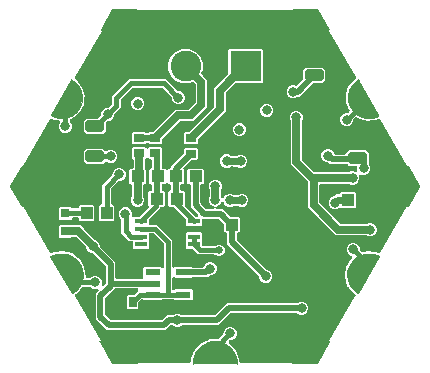
<source format=gbr>
G04 EAGLE Gerber RS-274X export*
G75*
%MOMM*%
%FSLAX34Y34*%
%LPD*%
%INTop Copper*%
%IPPOS*%
%AMOC8*
5,1,8,0,0,1.08239X$1,22.5*%
G01*
%ADD10R,0.800000X0.800000*%
%ADD11R,1.000000X1.100000*%
%ADD12C,0.499997*%
%ADD13C,0.999997*%
%ADD14C,0.100000*%
%ADD15R,0.900000X0.700000*%
%ADD16R,1.000000X0.450000*%
%ADD17R,1.270000X0.600000*%
%ADD18R,1.100000X1.000000*%
%ADD19C,2.600000*%
%ADD20R,2.600000X2.600000*%
%ADD21R,0.700000X0.900000*%
%ADD22C,0.609600*%
%ADD23C,0.812800*%
%ADD24C,0.635000*%
%ADD25C,0.508000*%
%ADD26C,0.381000*%
%ADD27C,1.270000*%
%ADD28C,0.457200*%
%ADD29C,0.406400*%
%ADD30C,0.762000*%
%ADD31C,0.889000*%
%ADD32C,0.660400*%

G36*
X107708Y-498D02*
X107708Y-498D01*
X107717Y-499D01*
X107805Y-478D01*
X107895Y-460D01*
X107902Y-455D01*
X107910Y-453D01*
X107983Y-399D01*
X108059Y-347D01*
X108063Y-340D01*
X108070Y-335D01*
X108117Y-257D01*
X108166Y-180D01*
X108167Y-171D01*
X108172Y-164D01*
X108199Y0D01*
X108199Y755D01*
X151406Y755D01*
X151524Y770D01*
X151643Y777D01*
X151681Y790D01*
X151722Y795D01*
X151832Y838D01*
X151945Y875D01*
X151980Y897D01*
X152017Y912D01*
X152113Y981D01*
X152214Y1045D01*
X152242Y1075D01*
X152275Y1098D01*
X152351Y1190D01*
X152432Y1277D01*
X152452Y1312D01*
X152477Y1343D01*
X152528Y1451D01*
X152586Y1555D01*
X152596Y1595D01*
X152613Y1631D01*
X152635Y1748D01*
X152665Y1863D01*
X152669Y1923D01*
X152673Y1943D01*
X152671Y1964D01*
X152675Y2024D01*
X152675Y4083D01*
X153721Y6607D01*
X153726Y6625D01*
X153735Y6642D01*
X153752Y6696D01*
X153757Y6708D01*
X153760Y6725D01*
X153782Y6796D01*
X153857Y7108D01*
X153888Y7148D01*
X153991Y7285D01*
X153991Y7286D01*
X153992Y7287D01*
X154062Y7430D01*
X154414Y8279D01*
X154455Y8431D01*
X154497Y8585D01*
X154497Y8586D01*
X154499Y8655D01*
X154664Y8925D01*
X154672Y8942D01*
X154684Y8958D01*
X154755Y9102D01*
X155800Y11626D01*
X157828Y13654D01*
X157858Y13693D01*
X157894Y13726D01*
X157955Y13818D01*
X158022Y13905D01*
X158042Y13951D01*
X158069Y13992D01*
X158070Y13995D01*
X158606Y14453D01*
X158619Y14467D01*
X158635Y14478D01*
X158747Y14594D01*
X159216Y15143D01*
X159246Y15160D01*
X159345Y15209D01*
X159383Y15241D01*
X159425Y15266D01*
X159546Y15372D01*
X161574Y17400D01*
X164098Y18445D01*
X164114Y18455D01*
X164133Y18461D01*
X164275Y18536D01*
X164548Y18703D01*
X164595Y18710D01*
X164769Y18734D01*
X164769Y18735D01*
X164770Y18735D01*
X164771Y18735D01*
X164921Y18786D01*
X165769Y19138D01*
X165770Y19138D01*
X165905Y19215D01*
X166045Y19295D01*
X166046Y19296D01*
X166047Y19296D01*
X166096Y19344D01*
X166404Y19418D01*
X166422Y19424D01*
X166441Y19427D01*
X166593Y19479D01*
X169117Y20525D01*
X171985Y20525D01*
X172034Y20531D01*
X172083Y20529D01*
X172191Y20551D01*
X172300Y20565D01*
X172346Y20583D01*
X172395Y20593D01*
X172398Y20594D01*
X173100Y20539D01*
X173120Y20540D01*
X173139Y20536D01*
X173300Y20539D01*
X174020Y20596D01*
X174053Y20587D01*
X174157Y20551D01*
X174207Y20547D01*
X174255Y20535D01*
X174415Y20525D01*
X174970Y20525D01*
X175068Y20537D01*
X175167Y20540D01*
X175225Y20557D01*
X175285Y20565D01*
X175377Y20601D01*
X175473Y20629D01*
X175525Y20659D01*
X175581Y20682D01*
X175661Y20740D01*
X175746Y20790D01*
X175822Y20856D01*
X175838Y20868D01*
X175846Y20878D01*
X175867Y20896D01*
X179940Y24969D01*
X180000Y25047D01*
X180068Y25119D01*
X180097Y25172D01*
X180134Y25220D01*
X180174Y25311D01*
X180222Y25398D01*
X180237Y25456D01*
X180261Y25512D01*
X180276Y25610D01*
X180301Y25706D01*
X180307Y25806D01*
X180311Y25826D01*
X180309Y25838D01*
X180311Y25866D01*
X180311Y26652D01*
X181162Y28706D01*
X182734Y30278D01*
X184788Y31129D01*
X187012Y31129D01*
X189066Y30278D01*
X190638Y28706D01*
X191489Y26652D01*
X191489Y24428D01*
X190638Y22374D01*
X189066Y20802D01*
X187012Y19951D01*
X186226Y19951D01*
X186128Y19939D01*
X186029Y19936D01*
X185971Y19919D01*
X185911Y19911D01*
X185819Y19875D01*
X185724Y19847D01*
X185671Y19817D01*
X185615Y19794D01*
X185535Y19736D01*
X185450Y19686D01*
X185374Y19620D01*
X185358Y19608D01*
X185350Y19598D01*
X185329Y19580D01*
X184885Y19136D01*
X184812Y19042D01*
X184733Y18953D01*
X184715Y18917D01*
X184690Y18885D01*
X184643Y18776D01*
X184589Y18670D01*
X184580Y18630D01*
X184564Y18593D01*
X184545Y18475D01*
X184519Y18359D01*
X184520Y18319D01*
X184514Y18279D01*
X184525Y18160D01*
X184529Y18041D01*
X184540Y18003D01*
X184544Y17962D01*
X184584Y17850D01*
X184617Y17736D01*
X184638Y17701D01*
X184651Y17663D01*
X184718Y17564D01*
X184779Y17462D01*
X184819Y17417D01*
X184830Y17400D01*
X184845Y17386D01*
X184885Y17341D01*
X186854Y15372D01*
X186893Y15342D01*
X186926Y15306D01*
X187018Y15245D01*
X187105Y15178D01*
X187151Y15158D01*
X187192Y15131D01*
X187195Y15130D01*
X187653Y14594D01*
X187667Y14581D01*
X187678Y14565D01*
X187794Y14453D01*
X188343Y13984D01*
X188360Y13954D01*
X188409Y13855D01*
X188441Y13817D01*
X188466Y13775D01*
X188572Y13654D01*
X190600Y11626D01*
X191645Y9102D01*
X191655Y9086D01*
X191661Y9067D01*
X191736Y8925D01*
X191903Y8652D01*
X191913Y8586D01*
X191934Y8431D01*
X191935Y8431D01*
X191935Y8430D01*
X191935Y8429D01*
X191986Y8279D01*
X192338Y7430D01*
X192415Y7295D01*
X192495Y7155D01*
X192496Y7154D01*
X192496Y7153D01*
X192544Y7104D01*
X192618Y6796D01*
X192624Y6778D01*
X192627Y6759D01*
X192679Y6607D01*
X193725Y4083D01*
X193725Y2024D01*
X193740Y1906D01*
X193747Y1787D01*
X193760Y1749D01*
X193765Y1708D01*
X193808Y1598D01*
X193845Y1485D01*
X193867Y1450D01*
X193882Y1413D01*
X193951Y1317D01*
X194015Y1216D01*
X194045Y1188D01*
X194068Y1155D01*
X194160Y1079D01*
X194247Y998D01*
X194282Y978D01*
X194313Y953D01*
X194421Y902D01*
X194525Y844D01*
X194565Y834D01*
X194601Y817D01*
X194718Y795D01*
X194833Y765D01*
X194893Y761D01*
X194913Y757D01*
X194934Y759D01*
X194994Y755D01*
X238320Y755D01*
X238208Y82D01*
X238209Y32D01*
X238201Y-17D01*
X238213Y-66D01*
X238215Y-117D01*
X238236Y-162D01*
X238247Y-210D01*
X238277Y-251D01*
X238299Y-297D01*
X238336Y-330D01*
X238365Y-370D01*
X238409Y-396D01*
X238446Y-430D01*
X238493Y-446D01*
X238536Y-472D01*
X238596Y-482D01*
X238634Y-495D01*
X238663Y-493D01*
X238700Y-499D01*
X259700Y-499D01*
X259778Y-483D01*
X259856Y-474D01*
X259874Y-464D01*
X259895Y-460D01*
X259960Y-415D01*
X260029Y-375D01*
X260044Y-357D01*
X260059Y-347D01*
X260083Y-309D01*
X260134Y-246D01*
X270634Y18254D01*
X270644Y18283D01*
X270650Y18293D01*
X270651Y18296D01*
X270665Y18319D01*
X270676Y18382D01*
X270696Y18443D01*
X270693Y18479D01*
X270699Y18515D01*
X270684Y18577D01*
X270679Y18641D01*
X270662Y18673D01*
X270654Y18708D01*
X270616Y18760D01*
X270586Y18817D01*
X270558Y18839D01*
X270537Y18869D01*
X270467Y18914D01*
X270432Y18942D01*
X270415Y18947D01*
X270397Y18959D01*
X269978Y19138D01*
X291865Y57050D01*
X291911Y57158D01*
X291964Y57263D01*
X291972Y57305D01*
X291989Y57343D01*
X292006Y57460D01*
X292031Y57574D01*
X292029Y57616D01*
X292035Y57658D01*
X292023Y57775D01*
X292018Y57892D01*
X292006Y57932D01*
X292002Y57974D01*
X291961Y58084D01*
X291928Y58197D01*
X291906Y58233D01*
X291891Y58272D01*
X291824Y58369D01*
X291764Y58470D01*
X291734Y58499D01*
X291710Y58534D01*
X291621Y58610D01*
X291537Y58693D01*
X291485Y58728D01*
X291469Y58742D01*
X291451Y58750D01*
X291404Y58782D01*
X289752Y59741D01*
X286265Y64310D01*
X286230Y64345D01*
X286202Y64385D01*
X286119Y64457D01*
X286041Y64536D01*
X286035Y64540D01*
X285985Y64658D01*
X285961Y64695D01*
X285954Y64710D01*
X285940Y64727D01*
X285896Y64792D01*
X284936Y66049D01*
X282901Y73720D01*
X283957Y81585D01*
X287941Y88448D01*
X288764Y89076D01*
X288859Y89170D01*
X288958Y89260D01*
X288972Y89281D01*
X288990Y89299D01*
X289060Y89414D01*
X289133Y89526D01*
X289141Y89550D01*
X289154Y89571D01*
X289193Y89700D01*
X289236Y89826D01*
X289238Y89852D01*
X289246Y89876D01*
X289251Y90010D01*
X289261Y90143D01*
X289257Y90168D01*
X289258Y90194D01*
X289230Y90325D01*
X289207Y90457D01*
X289197Y90480D01*
X289191Y90505D01*
X289131Y90625D01*
X289076Y90747D01*
X289061Y90767D01*
X289049Y90789D01*
X288961Y90891D01*
X288878Y90995D01*
X288858Y91010D01*
X288841Y91030D01*
X288731Y91106D01*
X288624Y91186D01*
X288592Y91202D01*
X288579Y91211D01*
X288559Y91218D01*
X288479Y91257D01*
X286874Y91922D01*
X285302Y93494D01*
X284451Y95548D01*
X284451Y97772D01*
X285302Y99826D01*
X286874Y101398D01*
X288928Y102249D01*
X291152Y102249D01*
X293206Y101398D01*
X294778Y99826D01*
X295629Y97772D01*
X295629Y96627D01*
X295641Y96529D01*
X295644Y96430D01*
X295661Y96371D01*
X295669Y96311D01*
X295705Y96220D01*
X295733Y96124D01*
X295763Y96072D01*
X295786Y96016D01*
X295844Y95936D01*
X295894Y95850D01*
X295960Y95775D01*
X295972Y95758D01*
X295982Y95751D01*
X296000Y95730D01*
X297065Y94665D01*
X297148Y94601D01*
X297224Y94530D01*
X297273Y94504D01*
X297317Y94470D01*
X297412Y94428D01*
X297504Y94379D01*
X297558Y94365D01*
X297609Y94343D01*
X297711Y94327D01*
X297812Y94302D01*
X297868Y94302D01*
X297923Y94293D01*
X298027Y94303D01*
X298131Y94304D01*
X298218Y94321D01*
X298239Y94323D01*
X298253Y94328D01*
X298288Y94335D01*
X298480Y94386D01*
X298567Y94421D01*
X298657Y94447D01*
X298714Y94481D01*
X298775Y94505D01*
X298801Y94525D01*
X298837Y94525D01*
X298921Y94535D01*
X299005Y94536D01*
X299144Y94563D01*
X299153Y94565D01*
X299156Y94566D01*
X299163Y94567D01*
X301920Y95299D01*
X309785Y94243D01*
X311346Y93337D01*
X311457Y93290D01*
X311565Y93236D01*
X311603Y93228D01*
X311639Y93213D01*
X311758Y93195D01*
X311876Y93170D01*
X311915Y93172D01*
X311953Y93166D01*
X312073Y93178D01*
X312194Y93183D01*
X312231Y93194D01*
X312270Y93198D01*
X312383Y93240D01*
X312498Y93275D01*
X312532Y93295D01*
X312568Y93308D01*
X312667Y93377D01*
X312771Y93439D01*
X312798Y93467D01*
X312830Y93489D01*
X312909Y93580D01*
X312993Y93666D01*
X313025Y93714D01*
X313038Y93729D01*
X313048Y93748D01*
X313083Y93800D01*
X335751Y133064D01*
X336410Y132594D01*
X336443Y132579D01*
X336471Y132556D01*
X336533Y132539D01*
X336591Y132513D01*
X336628Y132512D01*
X336662Y132502D01*
X336726Y132510D01*
X336790Y132509D01*
X336824Y132522D01*
X336860Y132527D01*
X336915Y132559D01*
X336975Y132583D01*
X337000Y132609D01*
X337032Y132627D01*
X337084Y132692D01*
X337116Y132723D01*
X337122Y132740D01*
X337136Y132756D01*
X346636Y149756D01*
X346645Y149784D01*
X346652Y149795D01*
X346656Y149818D01*
X346657Y149824D01*
X346687Y149888D01*
X346687Y149918D01*
X346696Y149946D01*
X346690Y150016D01*
X346692Y150087D01*
X346680Y150118D01*
X346678Y150144D01*
X346658Y150181D01*
X346636Y150244D01*
X337136Y167244D01*
X337118Y167265D01*
X337106Y167291D01*
X337053Y167340D01*
X337006Y167394D01*
X336981Y167407D01*
X336960Y167426D01*
X336893Y167451D01*
X336828Y167483D01*
X336800Y167484D01*
X336774Y167494D01*
X336701Y167490D01*
X336630Y167494D01*
X336603Y167485D01*
X336575Y167483D01*
X336481Y167442D01*
X336442Y167428D01*
X336435Y167421D01*
X336423Y167415D01*
X335738Y166959D01*
X312730Y206810D01*
X312661Y206901D01*
X312599Y206996D01*
X312566Y207027D01*
X312538Y207063D01*
X312449Y207134D01*
X312365Y207211D01*
X312325Y207232D01*
X312289Y207261D01*
X312185Y207307D01*
X312084Y207361D01*
X312040Y207371D01*
X311998Y207390D01*
X311886Y207409D01*
X311775Y207436D01*
X311730Y207435D01*
X311685Y207443D01*
X311571Y207434D01*
X311457Y207432D01*
X311413Y207420D01*
X311368Y207417D01*
X311260Y207379D01*
X311150Y207350D01*
X311088Y207319D01*
X311068Y207312D01*
X311052Y207302D01*
X311005Y207279D01*
X309364Y206349D01*
X306430Y205987D01*
X306410Y205982D01*
X306388Y205981D01*
X306355Y205971D01*
X306259Y205966D01*
X301758Y205410D01*
X299880Y205929D01*
X299790Y205942D01*
X299754Y205952D01*
X299747Y205955D01*
X299623Y205998D01*
X299612Y206003D01*
X299606Y206004D01*
X299595Y206008D01*
X294371Y207453D01*
X293149Y208406D01*
X293114Y208427D01*
X293083Y208454D01*
X292978Y208508D01*
X292876Y208569D01*
X292836Y208580D01*
X292800Y208599D01*
X292684Y208625D01*
X292571Y208658D01*
X292530Y208660D01*
X292489Y208669D01*
X292371Y208665D01*
X292253Y208669D01*
X292213Y208660D01*
X292171Y208659D01*
X292058Y208626D01*
X291943Y208601D01*
X291906Y208582D01*
X291866Y208571D01*
X291764Y208511D01*
X291659Y208457D01*
X291628Y208430D01*
X291592Y208409D01*
X291471Y208303D01*
X290666Y207498D01*
X290606Y207420D01*
X290538Y207348D01*
X290509Y207295D01*
X290472Y207247D01*
X290432Y207156D01*
X290384Y207069D01*
X290369Y207011D01*
X290345Y206955D01*
X290330Y206857D01*
X290305Y206761D01*
X290299Y206661D01*
X290295Y206641D01*
X290297Y206629D01*
X290295Y206601D01*
X290295Y205276D01*
X289444Y203222D01*
X287872Y201650D01*
X285818Y200799D01*
X283594Y200799D01*
X281540Y201650D01*
X279968Y203222D01*
X279117Y205276D01*
X279117Y207500D01*
X279968Y209554D01*
X281540Y211126D01*
X283594Y211977D01*
X284919Y211977D01*
X285017Y211989D01*
X285116Y211992D01*
X285174Y212009D01*
X285234Y212017D01*
X285326Y212053D01*
X285421Y212081D01*
X285474Y212111D01*
X285530Y212134D01*
X285610Y212192D01*
X285695Y212242D01*
X285770Y212308D01*
X285787Y212320D01*
X285795Y212330D01*
X285816Y212348D01*
X286671Y213203D01*
X286737Y213288D01*
X286809Y213367D01*
X286834Y213413D01*
X286866Y213455D01*
X286908Y213553D01*
X286959Y213648D01*
X286972Y213699D01*
X286992Y213746D01*
X287009Y213853D01*
X287035Y213957D01*
X287034Y214009D01*
X287042Y214061D01*
X287032Y214168D01*
X287031Y214275D01*
X287017Y214325D01*
X287012Y214377D01*
X286976Y214478D01*
X286948Y214582D01*
X286912Y214656D01*
X286905Y214676D01*
X286896Y214690D01*
X286878Y214727D01*
X284549Y218836D01*
X284257Y221200D01*
X284252Y221220D01*
X284251Y221241D01*
X284213Y221374D01*
X284179Y221508D01*
X284175Y221515D01*
X284175Y221786D01*
X284175Y221790D01*
X284166Y221941D01*
X284111Y222387D01*
X284106Y222404D01*
X284106Y222423D01*
X284071Y222580D01*
X283991Y222862D01*
X283995Y222894D01*
X284017Y223062D01*
X284017Y223063D01*
X284007Y223224D01*
X283610Y226442D01*
X284129Y228320D01*
X284142Y228410D01*
X284152Y228446D01*
X284155Y228453D01*
X284198Y228577D01*
X284203Y228588D01*
X284204Y228594D01*
X284208Y228605D01*
X284909Y231138D01*
X284915Y231182D01*
X284930Y231226D01*
X284937Y231241D01*
X284938Y231249D01*
X284944Y231265D01*
X285653Y233829D01*
X290368Y239872D01*
X291722Y240640D01*
X291821Y240714D01*
X291925Y240782D01*
X291948Y240809D01*
X291977Y240830D01*
X292055Y240926D01*
X292138Y241019D01*
X292154Y241050D01*
X292176Y241077D01*
X292228Y241190D01*
X292285Y241300D01*
X292293Y241335D01*
X292308Y241367D01*
X292330Y241489D01*
X292358Y241610D01*
X292358Y241645D01*
X292364Y241680D01*
X292354Y241804D01*
X292352Y241928D01*
X292343Y241962D01*
X292340Y241997D01*
X292300Y242114D01*
X292267Y242234D01*
X292244Y242281D01*
X292238Y242298D01*
X292226Y242316D01*
X292195Y242378D01*
X269416Y281835D01*
X269886Y282037D01*
X269897Y282041D01*
X269927Y282062D01*
X269962Y282075D01*
X270008Y282118D01*
X270060Y282154D01*
X270080Y282186D01*
X270107Y282211D01*
X270133Y282269D01*
X270167Y282322D01*
X270173Y282359D01*
X270188Y282393D01*
X270189Y282456D01*
X270199Y282518D01*
X270190Y282555D01*
X270191Y282592D01*
X270163Y282668D01*
X270152Y282712D01*
X270141Y282726D01*
X270133Y282748D01*
X260133Y300248D01*
X260082Y300307D01*
X260035Y300370D01*
X260017Y300381D01*
X260002Y300397D01*
X259931Y300432D01*
X259864Y300472D01*
X259841Y300476D01*
X259823Y300484D01*
X259778Y300486D01*
X259700Y300499D01*
X239700Y300499D01*
X239654Y300490D01*
X239608Y300491D01*
X239558Y300470D01*
X239505Y300460D01*
X239467Y300433D01*
X239424Y300416D01*
X239386Y300378D01*
X239341Y300347D01*
X239316Y300308D01*
X239283Y300275D01*
X239263Y300225D01*
X239234Y300180D01*
X239226Y300134D01*
X239209Y300090D01*
X239208Y300025D01*
X239201Y299983D01*
X239207Y299960D01*
X239206Y299953D01*
X239207Y299948D01*
X239207Y299924D01*
X239311Y299245D01*
X107096Y299245D01*
X107194Y299929D01*
X107192Y299970D01*
X107195Y299987D01*
X107194Y299988D01*
X107199Y300017D01*
X107186Y300071D01*
X107183Y300128D01*
X107163Y300167D01*
X107153Y300210D01*
X107119Y300255D01*
X107094Y300306D01*
X107061Y300335D01*
X107035Y300370D01*
X106987Y300399D01*
X106944Y300436D01*
X106902Y300449D01*
X106864Y300472D01*
X106796Y300483D01*
X106754Y300496D01*
X106730Y300494D01*
X106700Y300499D01*
X86700Y300499D01*
X86623Y300484D01*
X86545Y300475D01*
X86526Y300464D01*
X86505Y300460D01*
X86440Y300415D01*
X86372Y300376D01*
X86357Y300358D01*
X86341Y300347D01*
X86317Y300309D01*
X86267Y300248D01*
X76267Y282748D01*
X76253Y282707D01*
X76231Y282670D01*
X76222Y282613D01*
X76204Y282559D01*
X76208Y282516D01*
X76201Y282473D01*
X76216Y282418D01*
X76221Y282361D01*
X76241Y282323D01*
X76251Y282281D01*
X76286Y282235D01*
X76313Y282185D01*
X76346Y282157D01*
X76373Y282123D01*
X76433Y282086D01*
X76467Y282059D01*
X76489Y282052D01*
X76515Y282036D01*
X76991Y281846D01*
X54205Y242379D01*
X54156Y242264D01*
X54102Y242153D01*
X54095Y242118D01*
X54081Y242085D01*
X54063Y241962D01*
X54038Y241841D01*
X54040Y241806D01*
X54035Y241771D01*
X54048Y241647D01*
X54054Y241523D01*
X54064Y241490D01*
X54068Y241454D01*
X54111Y241338D01*
X54148Y241220D01*
X54166Y241189D01*
X54179Y241156D01*
X54250Y241054D01*
X54315Y240949D01*
X54340Y240924D01*
X54360Y240895D01*
X54454Y240814D01*
X54543Y240728D01*
X54586Y240700D01*
X54601Y240687D01*
X54620Y240678D01*
X54678Y240640D01*
X56032Y239872D01*
X58970Y236107D01*
X58973Y236104D01*
X58982Y236094D01*
X58993Y236077D01*
X59664Y235217D01*
X59711Y235171D01*
X59750Y235118D01*
X59786Y235089D01*
X59797Y235063D01*
X59839Y235003D01*
X59849Y234984D01*
X59861Y234970D01*
X59888Y234930D01*
X60747Y233829D01*
X62790Y226442D01*
X62452Y223705D01*
X62452Y223683D01*
X62447Y223661D01*
X62449Y223629D01*
X62432Y223539D01*
X62234Y221941D01*
X62234Y221936D01*
X62229Y221855D01*
X62213Y221770D01*
X61851Y218836D01*
X59390Y214493D01*
X59357Y214412D01*
X59314Y214336D01*
X59296Y214265D01*
X59269Y214198D01*
X59238Y214159D01*
X59175Y214094D01*
X59109Y213992D01*
X59099Y213979D01*
X59096Y213972D01*
X59087Y213959D01*
X58072Y212168D01*
X55286Y209994D01*
X55281Y209988D01*
X55274Y209984D01*
X55168Y209875D01*
X55062Y209769D01*
X55058Y209762D01*
X55052Y209756D01*
X55027Y209712D01*
X54724Y209539D01*
X54716Y209533D01*
X54706Y209528D01*
X54573Y209438D01*
X54307Y209230D01*
X54304Y209227D01*
X54190Y209127D01*
X53932Y208868D01*
X53806Y208818D01*
X53789Y208806D01*
X53769Y208798D01*
X53636Y208707D01*
X52029Y207453D01*
X50942Y207152D01*
X50843Y207111D01*
X50741Y207078D01*
X50696Y207050D01*
X50648Y207030D01*
X50562Y206965D01*
X50472Y206908D01*
X50436Y206870D01*
X50394Y206838D01*
X50327Y206754D01*
X50254Y206676D01*
X50229Y206630D01*
X50196Y206589D01*
X50152Y206491D01*
X50100Y206398D01*
X50087Y206347D01*
X50066Y206299D01*
X50048Y206193D01*
X50021Y206090D01*
X50016Y206007D01*
X50012Y205986D01*
X50013Y205970D01*
X50011Y205929D01*
X50011Y205419D01*
X50023Y205320D01*
X50026Y205221D01*
X50043Y205163D01*
X50051Y205103D01*
X50087Y205011D01*
X50115Y204916D01*
X50145Y204864D01*
X50168Y204807D01*
X50226Y204727D01*
X50276Y204642D01*
X50342Y204567D01*
X50354Y204550D01*
X50364Y204542D01*
X50382Y204521D01*
X50938Y203966D01*
X51789Y201912D01*
X51789Y199688D01*
X50938Y197634D01*
X49366Y196062D01*
X47312Y195211D01*
X45088Y195211D01*
X43034Y196062D01*
X41462Y197634D01*
X40611Y199688D01*
X40611Y201912D01*
X41498Y204053D01*
X41507Y204084D01*
X41521Y204113D01*
X41549Y204237D01*
X41582Y204359D01*
X41583Y204392D01*
X41590Y204424D01*
X41585Y204551D01*
X41587Y204677D01*
X41579Y204709D01*
X41578Y204741D01*
X41543Y204863D01*
X41513Y204987D01*
X41498Y205015D01*
X41489Y205046D01*
X41424Y205155D01*
X41364Y205268D01*
X41342Y205292D01*
X41326Y205320D01*
X41236Y205409D01*
X41150Y205503D01*
X41123Y205521D01*
X41100Y205544D01*
X40991Y205608D01*
X40885Y205678D01*
X40854Y205688D01*
X40826Y205705D01*
X40674Y205759D01*
X40087Y205926D01*
X39992Y205941D01*
X39899Y205965D01*
X39792Y205972D01*
X39773Y205975D01*
X39762Y205974D01*
X39739Y205975D01*
X39292Y205975D01*
X39283Y205981D01*
X39155Y206032D01*
X39028Y206087D01*
X39007Y206090D01*
X38987Y206098D01*
X38829Y206128D01*
X37036Y206349D01*
X35569Y207180D01*
X35504Y207207D01*
X35443Y207243D01*
X35292Y207297D01*
X35093Y207353D01*
X34972Y207372D01*
X34852Y207398D01*
X34815Y207396D01*
X34779Y207402D01*
X34657Y207390D01*
X34534Y207385D01*
X34499Y207374D01*
X34462Y207370D01*
X34347Y207328D01*
X34229Y207293D01*
X34198Y207274D01*
X34164Y207261D01*
X34063Y207192D01*
X33957Y207129D01*
X33931Y207102D01*
X33901Y207082D01*
X33821Y206989D01*
X33734Y206902D01*
X33705Y206857D01*
X33692Y206842D01*
X33682Y206823D01*
X33645Y206768D01*
X10619Y166884D01*
X10020Y167384D01*
X9972Y167409D01*
X9929Y167444D01*
X9885Y167456D01*
X9845Y167478D01*
X9790Y167483D01*
X9738Y167498D01*
X9692Y167492D01*
X9647Y167496D01*
X9595Y167480D01*
X9540Y167473D01*
X9501Y167450D01*
X9457Y167436D01*
X9416Y167401D01*
X9368Y167373D01*
X9335Y167331D01*
X9306Y167307D01*
X9292Y167278D01*
X9264Y167244D01*
X-236Y150244D01*
X-257Y150176D01*
X-287Y150112D01*
X-287Y150082D01*
X-296Y150054D01*
X-290Y149984D01*
X-292Y149913D01*
X-280Y149882D01*
X-278Y149856D01*
X-258Y149819D01*
X-236Y149756D01*
X9264Y132756D01*
X9294Y132721D01*
X9316Y132681D01*
X9358Y132647D01*
X9394Y132606D01*
X9435Y132585D01*
X9471Y132556D01*
X9523Y132542D01*
X9572Y132517D01*
X9618Y132515D01*
X9663Y132502D01*
X9716Y132509D01*
X9771Y132506D01*
X9814Y132521D01*
X9860Y132527D01*
X9918Y132558D01*
X9958Y132572D01*
X9977Y132590D01*
X10007Y132606D01*
X10633Y133093D01*
X33317Y93800D01*
X33391Y93704D01*
X33457Y93604D01*
X33486Y93578D01*
X33510Y93547D01*
X33604Y93472D01*
X33694Y93391D01*
X33728Y93373D01*
X33759Y93349D01*
X33869Y93300D01*
X33976Y93245D01*
X34014Y93236D01*
X34049Y93220D01*
X34169Y93200D01*
X34286Y93172D01*
X34325Y93173D01*
X34363Y93167D01*
X34483Y93177D01*
X34604Y93179D01*
X34641Y93190D01*
X34680Y93193D01*
X34794Y93233D01*
X34910Y93265D01*
X34961Y93291D01*
X34980Y93298D01*
X34998Y93309D01*
X35054Y93337D01*
X36615Y94243D01*
X44480Y95299D01*
X52151Y93264D01*
X54188Y91709D01*
X54301Y91642D01*
X54412Y91572D01*
X54438Y91563D01*
X54463Y91549D01*
X54589Y91513D01*
X54645Y91495D01*
X54755Y91369D01*
X54778Y91349D01*
X54796Y91324D01*
X54897Y91243D01*
X54993Y91157D01*
X55020Y91144D01*
X55043Y91125D01*
X55185Y91049D01*
X55324Y90986D01*
X55346Y90937D01*
X55373Y90903D01*
X55394Y90863D01*
X55471Y90778D01*
X55542Y90687D01*
X55593Y90643D01*
X55607Y90628D01*
X55623Y90617D01*
X55664Y90582D01*
X58459Y88448D01*
X62443Y81585D01*
X63511Y73631D01*
X63519Y73598D01*
X63522Y73563D01*
X63560Y73444D01*
X63592Y73324D01*
X63609Y73294D01*
X63620Y73261D01*
X63686Y73155D01*
X63747Y73046D01*
X63771Y73021D01*
X63790Y72992D01*
X63881Y72906D01*
X63967Y72816D01*
X63996Y72798D01*
X64021Y72774D01*
X64131Y72714D01*
X64236Y72648D01*
X64270Y72637D01*
X64300Y72620D01*
X64421Y72589D01*
X64540Y72552D01*
X64574Y72550D01*
X64608Y72541D01*
X64769Y72531D01*
X66981Y72531D01*
X67080Y72543D01*
X67179Y72546D01*
X67237Y72563D01*
X67297Y72571D01*
X67389Y72607D01*
X67484Y72635D01*
X67536Y72665D01*
X67593Y72688D01*
X67673Y72746D01*
X67758Y72796D01*
X67833Y72862D01*
X67850Y72874D01*
X67858Y72884D01*
X67879Y72902D01*
X68434Y73458D01*
X70488Y74309D01*
X72712Y74309D01*
X74766Y73458D01*
X76338Y71886D01*
X77189Y69832D01*
X77189Y67608D01*
X77179Y67585D01*
X77161Y67517D01*
X77133Y67453D01*
X77119Y67365D01*
X77095Y67278D01*
X77094Y67208D01*
X77083Y67139D01*
X77091Y67050D01*
X77090Y66960D01*
X77106Y66892D01*
X77113Y66823D01*
X77143Y66738D01*
X77164Y66651D01*
X77197Y66589D01*
X77220Y66523D01*
X77271Y66449D01*
X77313Y66370D01*
X77360Y66318D01*
X77399Y66260D01*
X77466Y66201D01*
X77527Y66134D01*
X77585Y66096D01*
X77637Y66050D01*
X77717Y66009D01*
X77792Y65960D01*
X77858Y65937D01*
X77921Y65905D01*
X78008Y65885D01*
X78093Y65856D01*
X78163Y65851D01*
X78231Y65835D01*
X78321Y65838D01*
X78410Y65831D01*
X78479Y65843D01*
X78549Y65845D01*
X78635Y65870D01*
X78724Y65885D01*
X78787Y65914D01*
X78854Y65934D01*
X78932Y65979D01*
X79013Y66016D01*
X79068Y66060D01*
X79128Y66095D01*
X79249Y66201D01*
X80194Y67146D01*
X80254Y67224D01*
X80322Y67296D01*
X80348Y67343D01*
X80349Y67344D01*
X80351Y67349D01*
X80388Y67397D01*
X80428Y67488D01*
X80476Y67575D01*
X80491Y67633D01*
X80515Y67689D01*
X80530Y67787D01*
X80555Y67883D01*
X80561Y67983D01*
X80565Y68003D01*
X80563Y68015D01*
X80565Y68043D01*
X80565Y82183D01*
X80553Y82281D01*
X80550Y82380D01*
X80533Y82438D01*
X80525Y82498D01*
X80489Y82590D01*
X80461Y82685D01*
X80431Y82737D01*
X80408Y82794D01*
X80350Y82874D01*
X80300Y82959D01*
X80234Y83035D01*
X80222Y83051D01*
X80212Y83059D01*
X80194Y83080D01*
X70034Y93240D01*
X69956Y93300D01*
X69884Y93368D01*
X69831Y93397D01*
X69783Y93434D01*
X69692Y93474D01*
X69605Y93522D01*
X69547Y93537D01*
X69491Y93561D01*
X69393Y93576D01*
X69297Y93601D01*
X69197Y93607D01*
X69177Y93611D01*
X69165Y93609D01*
X69137Y93611D01*
X68710Y93611D01*
X66656Y94462D01*
X65084Y96034D01*
X64233Y98088D01*
X64233Y98125D01*
X64221Y98223D01*
X64218Y98322D01*
X64201Y98380D01*
X64193Y98440D01*
X64157Y98532D01*
X64129Y98627D01*
X64099Y98679D01*
X64076Y98736D01*
X64018Y98816D01*
X63968Y98901D01*
X63902Y98977D01*
X63890Y98993D01*
X63880Y99001D01*
X63862Y99022D01*
X55801Y107083D01*
X55723Y107143D01*
X55651Y107211D01*
X55598Y107240D01*
X55550Y107277D01*
X55459Y107317D01*
X55372Y107365D01*
X55314Y107380D01*
X55258Y107404D01*
X55160Y107419D01*
X55064Y107444D01*
X54964Y107450D01*
X54944Y107454D01*
X54932Y107452D01*
X54904Y107454D01*
X52316Y107454D01*
X52218Y107442D01*
X52119Y107439D01*
X52061Y107422D01*
X52001Y107414D01*
X51909Y107378D01*
X51814Y107350D01*
X51761Y107320D01*
X51705Y107297D01*
X51625Y107239D01*
X51540Y107189D01*
X51464Y107123D01*
X51448Y107111D01*
X51440Y107101D01*
X51419Y107082D01*
X50832Y106495D01*
X41568Y106495D01*
X40675Y107388D01*
X40675Y116652D01*
X41568Y117545D01*
X50832Y117545D01*
X51151Y117226D01*
X51229Y117165D01*
X51301Y117097D01*
X51354Y117068D01*
X51402Y117031D01*
X51493Y116991D01*
X51580Y116943D01*
X51638Y116928D01*
X51694Y116904D01*
X51792Y116889D01*
X51888Y116864D01*
X51988Y116858D01*
X52008Y116854D01*
X52020Y116856D01*
X52048Y116854D01*
X59323Y116854D01*
X62447Y113729D01*
X71530Y104646D01*
X71538Y104640D01*
X71543Y104633D01*
X71663Y104543D01*
X71782Y104451D01*
X71790Y104448D01*
X71797Y104442D01*
X71942Y104371D01*
X72988Y103938D01*
X74560Y102366D01*
X74993Y101320D01*
X74998Y101312D01*
X75000Y101303D01*
X75067Y101190D01*
X75070Y101168D01*
X75073Y101160D01*
X75074Y101151D01*
X75126Y100998D01*
X75411Y100312D01*
X75411Y99885D01*
X75423Y99787D01*
X75426Y99688D01*
X75443Y99630D01*
X75451Y99570D01*
X75487Y99478D01*
X75515Y99383D01*
X75545Y99331D01*
X75568Y99274D01*
X75626Y99194D01*
X75676Y99109D01*
X75742Y99033D01*
X75754Y99017D01*
X75764Y99009D01*
X75782Y98988D01*
X88695Y86076D01*
X88695Y73046D01*
X88710Y72928D01*
X88717Y72809D01*
X88730Y72771D01*
X88735Y72730D01*
X88778Y72620D01*
X88815Y72507D01*
X88837Y72472D01*
X88852Y72435D01*
X88921Y72339D01*
X88985Y72238D01*
X89015Y72210D01*
X89038Y72177D01*
X89130Y72101D01*
X89217Y72020D01*
X89252Y72000D01*
X89283Y71975D01*
X89391Y71924D01*
X89495Y71866D01*
X89535Y71856D01*
X89571Y71839D01*
X89688Y71817D01*
X89803Y71787D01*
X89863Y71783D01*
X89883Y71779D01*
X89904Y71781D01*
X89964Y71777D01*
X111053Y71777D01*
X111192Y71794D01*
X111331Y71808D01*
X111349Y71814D01*
X111368Y71817D01*
X111498Y71868D01*
X111630Y71916D01*
X111646Y71927D01*
X111664Y71934D01*
X111777Y72016D01*
X111893Y72095D01*
X111906Y72109D01*
X111921Y72120D01*
X112011Y72229D01*
X112103Y72334D01*
X112112Y72351D01*
X112124Y72365D01*
X112184Y72492D01*
X112247Y72617D01*
X112252Y72636D01*
X112260Y72653D01*
X112286Y72790D01*
X112316Y72928D01*
X112316Y72947D01*
X112319Y72965D01*
X112313Y73064D01*
X112313Y80844D01*
X113206Y81737D01*
X127170Y81737D01*
X127754Y81153D01*
X127863Y81068D01*
X127970Y80979D01*
X127989Y80970D01*
X128005Y80958D01*
X128132Y80903D01*
X128258Y80843D01*
X128278Y80840D01*
X128297Y80831D01*
X128435Y80810D01*
X128571Y80784D01*
X128591Y80785D01*
X128611Y80782D01*
X128750Y80795D01*
X128888Y80803D01*
X128907Y80810D01*
X128927Y80811D01*
X129059Y80859D01*
X129190Y80901D01*
X129208Y80912D01*
X129227Y80919D01*
X129342Y80997D01*
X129459Y81072D01*
X129473Y81086D01*
X129490Y81098D01*
X129582Y81202D01*
X129677Y81303D01*
X129687Y81321D01*
X129700Y81336D01*
X129763Y81460D01*
X129831Y81582D01*
X129836Y81601D01*
X129845Y81619D01*
X129875Y81755D01*
X129910Y81890D01*
X129912Y81918D01*
X129915Y81930D01*
X129914Y81950D01*
X129920Y82050D01*
X129920Y101178D01*
X129908Y101276D01*
X129905Y101375D01*
X129888Y101433D01*
X129880Y101493D01*
X129844Y101585D01*
X129816Y101680D01*
X129786Y101733D01*
X129763Y101789D01*
X129705Y101869D01*
X129655Y101954D01*
X129589Y102030D01*
X129577Y102046D01*
X129567Y102054D01*
X129549Y102075D01*
X121539Y110085D01*
X121461Y110145D01*
X121389Y110213D01*
X121336Y110242D01*
X121288Y110279D01*
X121197Y110319D01*
X121110Y110367D01*
X121052Y110382D01*
X120996Y110406D01*
X120898Y110421D01*
X120802Y110446D01*
X120702Y110452D01*
X120682Y110456D01*
X120670Y110454D01*
X120642Y110456D01*
X118254Y110456D01*
X118136Y110441D01*
X118017Y110434D01*
X117979Y110421D01*
X117938Y110416D01*
X117828Y110373D01*
X117715Y110336D01*
X117680Y110314D01*
X117643Y110299D01*
X117547Y110230D01*
X117446Y110166D01*
X117418Y110136D01*
X117385Y110113D01*
X117309Y110021D01*
X117228Y109934D01*
X117208Y109899D01*
X117183Y109868D01*
X117132Y109760D01*
X117074Y109656D01*
X117064Y109616D01*
X117047Y109580D01*
X117025Y109463D01*
X116995Y109348D01*
X116991Y109288D01*
X116987Y109268D01*
X116989Y109247D01*
X116985Y109187D01*
X116985Y98004D01*
X116092Y97111D01*
X104828Y97111D01*
X103935Y98004D01*
X103935Y102687D01*
X103920Y102805D01*
X103913Y102924D01*
X103900Y102962D01*
X103895Y103003D01*
X103852Y103113D01*
X103815Y103226D01*
X103793Y103261D01*
X103778Y103298D01*
X103709Y103394D01*
X103645Y103495D01*
X103615Y103523D01*
X103592Y103556D01*
X103500Y103632D01*
X103413Y103713D01*
X103378Y103733D01*
X103347Y103758D01*
X103239Y103809D01*
X103135Y103867D01*
X103095Y103877D01*
X103059Y103894D01*
X102942Y103916D01*
X102827Y103946D01*
X102767Y103950D01*
X102747Y103954D01*
X102726Y103952D01*
X102666Y103956D01*
X100489Y103956D01*
X93852Y110593D01*
X93852Y121340D01*
X93840Y121438D01*
X93837Y121538D01*
X93831Y121559D01*
X93830Y121570D01*
X93819Y121604D01*
X93812Y121656D01*
X93776Y121748D01*
X93748Y121843D01*
X93733Y121869D01*
X93732Y121873D01*
X93718Y121896D01*
X93695Y121952D01*
X93637Y122032D01*
X93587Y122117D01*
X93521Y122192D01*
X93509Y122209D01*
X93499Y122217D01*
X93481Y122238D01*
X92322Y123396D01*
X91471Y125450D01*
X91471Y127674D01*
X92322Y129728D01*
X93894Y131300D01*
X95948Y132151D01*
X98172Y132151D01*
X100226Y131300D01*
X101798Y129728D01*
X102649Y127674D01*
X102649Y125450D01*
X102637Y125423D01*
X102619Y125356D01*
X102591Y125292D01*
X102577Y125203D01*
X102554Y125116D01*
X102552Y125047D01*
X102541Y124978D01*
X102550Y124888D01*
X102548Y124798D01*
X102565Y124730D01*
X102571Y124661D01*
X102602Y124577D01*
X102623Y124489D01*
X102655Y124427D01*
X102679Y124362D01*
X102729Y124287D01*
X102771Y124208D01*
X102818Y124156D01*
X102857Y124099D01*
X102925Y124039D01*
X102985Y123973D01*
X103044Y123934D01*
X103096Y123888D01*
X103176Y123847D01*
X103251Y123798D01*
X103317Y123775D01*
X103379Y123743D01*
X103467Y123724D01*
X103552Y123695D01*
X103621Y123689D01*
X103689Y123674D01*
X103779Y123677D01*
X103869Y123669D01*
X103938Y123681D01*
X104007Y123684D01*
X104094Y123708D01*
X104182Y123724D01*
X104246Y123753D01*
X104313Y123772D01*
X104390Y123818D01*
X104472Y123854D01*
X104527Y123898D01*
X104587Y123933D01*
X104708Y124040D01*
X104828Y124161D01*
X108859Y124161D01*
X108957Y124173D01*
X109056Y124176D01*
X109114Y124193D01*
X109174Y124201D01*
X109266Y124237D01*
X109361Y124265D01*
X109414Y124295D01*
X109470Y124318D01*
X109550Y124376D01*
X109635Y124426D01*
X109711Y124492D01*
X109727Y124504D01*
X109735Y124514D01*
X109756Y124532D01*
X116958Y131735D01*
X117031Y131829D01*
X117110Y131918D01*
X117128Y131954D01*
X117153Y131986D01*
X117200Y132095D01*
X117255Y132201D01*
X117263Y132240D01*
X117279Y132278D01*
X117298Y132396D01*
X117324Y132511D01*
X117323Y132552D01*
X117329Y132592D01*
X117318Y132710D01*
X117315Y132829D01*
X117303Y132868D01*
X117299Y132908D01*
X117259Y133020D01*
X117226Y133135D01*
X117206Y133170D01*
X117192Y133208D01*
X117125Y133306D01*
X117065Y133409D01*
X117025Y133454D01*
X117013Y133471D01*
X116998Y133484D01*
X116958Y133530D01*
X116673Y133814D01*
X116673Y145078D01*
X117566Y145971D01*
X118364Y145971D01*
X118482Y145986D01*
X118601Y145993D01*
X118639Y146006D01*
X118680Y146011D01*
X118790Y146054D01*
X118903Y146091D01*
X118938Y146113D01*
X118975Y146128D01*
X119071Y146197D01*
X119172Y146261D01*
X119200Y146291D01*
X119233Y146314D01*
X119309Y146406D01*
X119390Y146493D01*
X119410Y146528D01*
X119435Y146559D01*
X119486Y146667D01*
X119544Y146771D01*
X119554Y146811D01*
X119571Y146847D01*
X119593Y146964D01*
X119623Y147079D01*
X119627Y147139D01*
X119631Y147159D01*
X119629Y147180D01*
X119633Y147240D01*
X119633Y150546D01*
X119618Y150664D01*
X119611Y150783D01*
X119598Y150821D01*
X119593Y150862D01*
X119550Y150972D01*
X119513Y151085D01*
X119491Y151120D01*
X119476Y151157D01*
X119407Y151253D01*
X119343Y151354D01*
X119313Y151382D01*
X119290Y151415D01*
X119198Y151491D01*
X119111Y151572D01*
X119076Y151592D01*
X119045Y151617D01*
X118937Y151668D01*
X118833Y151726D01*
X118793Y151736D01*
X118757Y151753D01*
X118640Y151775D01*
X118525Y151805D01*
X118465Y151809D01*
X118445Y151813D01*
X118424Y151811D01*
X118367Y151815D01*
X117473Y152708D01*
X117473Y163972D01*
X118367Y164865D01*
X118482Y164880D01*
X118601Y164887D01*
X118639Y164900D01*
X118680Y164905D01*
X118790Y164948D01*
X118903Y164985D01*
X118938Y165007D01*
X118975Y165022D01*
X119071Y165091D01*
X119172Y165155D01*
X119200Y165185D01*
X119233Y165208D01*
X119308Y165300D01*
X119390Y165387D01*
X119410Y165422D01*
X119435Y165453D01*
X119486Y165561D01*
X119544Y165665D01*
X119554Y165705D01*
X119571Y165741D01*
X119593Y165858D01*
X119623Y165973D01*
X119627Y166033D01*
X119631Y166053D01*
X119629Y166074D01*
X119633Y166134D01*
X119633Y171850D01*
X119618Y171968D01*
X119611Y172087D01*
X119598Y172125D01*
X119593Y172166D01*
X119550Y172276D01*
X119513Y172389D01*
X119491Y172424D01*
X119476Y172461D01*
X119407Y172557D01*
X119343Y172658D01*
X119313Y172686D01*
X119290Y172719D01*
X119198Y172795D01*
X119111Y172876D01*
X119076Y172896D01*
X119045Y172921D01*
X118937Y172972D01*
X118833Y173030D01*
X118793Y173040D01*
X118757Y173057D01*
X118640Y173079D01*
X118525Y173109D01*
X118465Y173113D01*
X118445Y173117D01*
X118424Y173115D01*
X118364Y173119D01*
X117358Y173119D01*
X116779Y173699D01*
X116685Y173772D01*
X116595Y173851D01*
X116559Y173869D01*
X116527Y173894D01*
X116418Y173941D01*
X116312Y173996D01*
X116273Y174004D01*
X116235Y174020D01*
X116118Y174039D01*
X116002Y174065D01*
X115961Y174064D01*
X115921Y174070D01*
X115803Y174059D01*
X115684Y174056D01*
X115645Y174044D01*
X115605Y174041D01*
X115492Y174000D01*
X115378Y173967D01*
X115344Y173947D01*
X115305Y173933D01*
X115207Y173866D01*
X115104Y173806D01*
X115059Y173766D01*
X115042Y173754D01*
X115029Y173739D01*
X114984Y173699D01*
X114115Y172831D01*
X114055Y172753D01*
X113987Y172681D01*
X113958Y172628D01*
X113921Y172580D01*
X113881Y172489D01*
X113833Y172402D01*
X113818Y172344D01*
X113794Y172288D01*
X113779Y172190D01*
X113754Y172094D01*
X113748Y171994D01*
X113744Y171974D01*
X113746Y171962D01*
X113744Y171934D01*
X113744Y165276D01*
X113756Y165178D01*
X113759Y165079D01*
X113776Y165021D01*
X113784Y164961D01*
X113820Y164869D01*
X113848Y164774D01*
X113878Y164721D01*
X113901Y164665D01*
X113959Y164585D01*
X114009Y164500D01*
X114075Y164424D01*
X114087Y164408D01*
X114097Y164400D01*
X114116Y164379D01*
X114523Y163972D01*
X114523Y152708D01*
X113630Y151815D01*
X113467Y151815D01*
X113349Y151800D01*
X113230Y151793D01*
X113192Y151780D01*
X113151Y151775D01*
X113041Y151732D01*
X112928Y151695D01*
X112893Y151673D01*
X112856Y151658D01*
X112760Y151589D01*
X112659Y151525D01*
X112631Y151495D01*
X112598Y151472D01*
X112522Y151380D01*
X112441Y151293D01*
X112421Y151258D01*
X112396Y151227D01*
X112345Y151119D01*
X112287Y151015D01*
X112277Y150975D01*
X112260Y150939D01*
X112238Y150822D01*
X112208Y150707D01*
X112204Y150647D01*
X112200Y150627D01*
X112201Y150612D01*
X112200Y150607D01*
X112201Y150596D01*
X112198Y150546D01*
X112198Y141952D01*
X112199Y141943D01*
X112198Y141934D01*
X112219Y141785D01*
X112238Y141637D01*
X112241Y141628D01*
X112242Y141619D01*
X112294Y141467D01*
X113063Y139612D01*
X113063Y137388D01*
X112212Y135334D01*
X110640Y133762D01*
X108586Y132911D01*
X106362Y132911D01*
X104308Y133762D01*
X102736Y135334D01*
X101885Y137388D01*
X101885Y139612D01*
X102702Y141583D01*
X102704Y141592D01*
X102709Y141600D01*
X102746Y141745D01*
X102786Y141889D01*
X102786Y141899D01*
X102788Y141908D01*
X102798Y142068D01*
X102798Y150546D01*
X102783Y150664D01*
X102776Y150783D01*
X102763Y150821D01*
X102758Y150862D01*
X102715Y150972D01*
X102678Y151085D01*
X102656Y151120D01*
X102641Y151157D01*
X102572Y151253D01*
X102508Y151354D01*
X102478Y151382D01*
X102455Y151415D01*
X102363Y151491D01*
X102276Y151572D01*
X102241Y151592D01*
X102210Y151617D01*
X102102Y151668D01*
X101998Y151726D01*
X101958Y151736D01*
X101922Y151753D01*
X101805Y151775D01*
X101690Y151805D01*
X101630Y151809D01*
X101610Y151813D01*
X101589Y151811D01*
X101529Y151815D01*
X101366Y151815D01*
X100473Y152708D01*
X100473Y163972D01*
X101366Y164865D01*
X103075Y164865D01*
X103193Y164880D01*
X103312Y164887D01*
X103350Y164900D01*
X103391Y164905D01*
X103501Y164948D01*
X103614Y164985D01*
X103649Y165007D01*
X103686Y165022D01*
X103782Y165091D01*
X103883Y165155D01*
X103911Y165185D01*
X103944Y165208D01*
X104019Y165300D01*
X104101Y165387D01*
X104121Y165422D01*
X104146Y165453D01*
X104197Y165561D01*
X104255Y165665D01*
X104265Y165705D01*
X104282Y165741D01*
X104304Y165858D01*
X104334Y165973D01*
X104338Y166033D01*
X104342Y166053D01*
X104340Y166074D01*
X104344Y166134D01*
X104344Y171934D01*
X104332Y172032D01*
X104329Y172131D01*
X104312Y172189D01*
X104304Y172249D01*
X104268Y172341D01*
X104240Y172436D01*
X104210Y172489D01*
X104187Y172545D01*
X104129Y172625D01*
X104079Y172710D01*
X104013Y172786D01*
X104001Y172802D01*
X103991Y172810D01*
X103973Y172831D01*
X103019Y173784D01*
X103019Y182048D01*
X103912Y182941D01*
X114176Y182941D01*
X114756Y182361D01*
X114850Y182288D01*
X114939Y182209D01*
X114975Y182191D01*
X115007Y182166D01*
X115116Y182118D01*
X115222Y182064D01*
X115261Y182056D01*
X115299Y182040D01*
X115416Y182021D01*
X115532Y181995D01*
X115573Y181996D01*
X115613Y181990D01*
X115731Y182001D01*
X115850Y182004D01*
X115889Y182016D01*
X115929Y182019D01*
X116041Y182060D01*
X116156Y182093D01*
X116191Y182113D01*
X116229Y182127D01*
X116327Y182194D01*
X116430Y182254D01*
X116475Y182294D01*
X116492Y182306D01*
X116505Y182321D01*
X116551Y182361D01*
X117358Y183169D01*
X127622Y183169D01*
X128515Y182276D01*
X128515Y174012D01*
X128134Y173632D01*
X128074Y173554D01*
X128006Y173482D01*
X127977Y173429D01*
X127940Y173381D01*
X127900Y173290D01*
X127852Y173203D01*
X127837Y173145D01*
X127813Y173089D01*
X127798Y172991D01*
X127773Y172895D01*
X127767Y172795D01*
X127763Y172775D01*
X127765Y172763D01*
X127763Y172735D01*
X127763Y166134D01*
X127778Y166016D01*
X127785Y165897D01*
X127798Y165859D01*
X127803Y165818D01*
X127846Y165708D01*
X127883Y165595D01*
X127905Y165560D01*
X127920Y165523D01*
X127989Y165427D01*
X128053Y165326D01*
X128083Y165298D01*
X128106Y165265D01*
X128198Y165189D01*
X128285Y165108D01*
X128320Y165088D01*
X128351Y165063D01*
X128459Y165012D01*
X128563Y164954D01*
X128603Y164944D01*
X128639Y164927D01*
X128756Y164905D01*
X128871Y164875D01*
X128931Y164871D01*
X128951Y164867D01*
X128972Y164869D01*
X129032Y164865D01*
X130630Y164865D01*
X131150Y164344D01*
X131244Y164271D01*
X131334Y164192D01*
X131370Y164174D01*
X131402Y164149D01*
X131511Y164102D01*
X131617Y164047D01*
X131656Y164039D01*
X131694Y164023D01*
X131811Y164004D01*
X131927Y163978D01*
X131968Y163979D01*
X132008Y163973D01*
X132126Y163984D01*
X132245Y163987D01*
X132284Y163999D01*
X132324Y164002D01*
X132436Y164043D01*
X132551Y164076D01*
X132586Y164096D01*
X132624Y164110D01*
X132722Y164177D01*
X132825Y164237D01*
X132870Y164277D01*
X132887Y164289D01*
X132900Y164304D01*
X132945Y164344D01*
X133526Y164925D01*
X134324Y164925D01*
X134442Y164940D01*
X134561Y164947D01*
X134599Y164960D01*
X134640Y164965D01*
X134750Y165008D01*
X134863Y165045D01*
X134898Y165067D01*
X134935Y165082D01*
X135031Y165151D01*
X135132Y165215D01*
X135160Y165245D01*
X135193Y165268D01*
X135268Y165360D01*
X135350Y165447D01*
X135370Y165482D01*
X135395Y165513D01*
X135446Y165621D01*
X135504Y165725D01*
X135514Y165765D01*
X135531Y165801D01*
X135553Y165918D01*
X135583Y166033D01*
X135587Y166093D01*
X135591Y166113D01*
X135589Y166134D01*
X135593Y166194D01*
X135593Y166412D01*
X146258Y177076D01*
X146318Y177154D01*
X146386Y177226D01*
X146415Y177279D01*
X146452Y177327D01*
X146492Y177418D01*
X146540Y177505D01*
X146555Y177563D01*
X146579Y177619D01*
X146594Y177717D01*
X146619Y177813D01*
X146625Y177913D01*
X146629Y177933D01*
X146627Y177945D01*
X146629Y177973D01*
X146629Y181856D01*
X147522Y182749D01*
X157786Y182749D01*
X158679Y181856D01*
X158679Y173592D01*
X157786Y172699D01*
X153903Y172699D01*
X153805Y172687D01*
X153706Y172684D01*
X153648Y172667D01*
X153588Y172659D01*
X153496Y172623D01*
X153401Y172595D01*
X153349Y172565D01*
X153292Y172542D01*
X153212Y172484D01*
X153127Y172434D01*
X153051Y172368D01*
X153035Y172356D01*
X153027Y172346D01*
X153006Y172328D01*
X146594Y165915D01*
X146521Y165821D01*
X146442Y165732D01*
X146424Y165696D01*
X146399Y165664D01*
X146352Y165555D01*
X146297Y165449D01*
X146289Y165409D01*
X146273Y165372D01*
X146254Y165255D01*
X146228Y165139D01*
X146229Y165098D01*
X146223Y165058D01*
X146234Y164939D01*
X146238Y164821D01*
X146249Y164782D01*
X146253Y164742D01*
X146293Y164629D01*
X146326Y164515D01*
X146346Y164480D01*
X146360Y164442D01*
X146427Y164344D01*
X146487Y164241D01*
X146527Y164196D01*
X146539Y164179D01*
X146554Y164166D01*
X146594Y164120D01*
X146683Y164032D01*
X146683Y152768D01*
X145790Y151875D01*
X144992Y151875D01*
X144874Y151860D01*
X144755Y151853D01*
X144717Y151840D01*
X144676Y151835D01*
X144566Y151792D01*
X144453Y151755D01*
X144418Y151733D01*
X144381Y151718D01*
X144285Y151649D01*
X144184Y151585D01*
X144156Y151555D01*
X144123Y151532D01*
X144047Y151440D01*
X143966Y151353D01*
X143946Y151318D01*
X143921Y151287D01*
X143870Y151179D01*
X143812Y151075D01*
X143802Y151035D01*
X143785Y150999D01*
X143763Y150882D01*
X143733Y150767D01*
X143729Y150707D01*
X143725Y150687D01*
X143727Y150666D01*
X143723Y150606D01*
X143723Y147240D01*
X143738Y147122D01*
X143745Y147003D01*
X143758Y146965D01*
X143763Y146924D01*
X143806Y146814D01*
X143843Y146701D01*
X143865Y146666D01*
X143880Y146629D01*
X143949Y146533D01*
X144013Y146432D01*
X144043Y146404D01*
X144066Y146371D01*
X144158Y146295D01*
X144245Y146214D01*
X144280Y146194D01*
X144311Y146169D01*
X144419Y146118D01*
X144523Y146060D01*
X144563Y146050D01*
X144599Y146033D01*
X144716Y146011D01*
X144831Y145981D01*
X144891Y145977D01*
X144911Y145973D01*
X144932Y145975D01*
X144992Y145971D01*
X146830Y145971D01*
X147723Y145078D01*
X147723Y133389D01*
X147735Y133291D01*
X147738Y133192D01*
X147755Y133134D01*
X147763Y133074D01*
X147799Y132982D01*
X147827Y132887D01*
X147857Y132834D01*
X147880Y132778D01*
X147938Y132698D01*
X147988Y132613D01*
X148054Y132537D01*
X148066Y132521D01*
X148076Y132513D01*
X148094Y132492D01*
X156054Y124532D01*
X156132Y124472D01*
X156204Y124404D01*
X156257Y124375D01*
X156305Y124338D01*
X156396Y124298D01*
X156483Y124250D01*
X156541Y124235D01*
X156597Y124211D01*
X156695Y124196D01*
X156791Y124171D01*
X156891Y124165D01*
X156911Y124161D01*
X156923Y124163D01*
X156951Y124161D01*
X157653Y124161D01*
X157790Y124178D01*
X157929Y124191D01*
X157948Y124198D01*
X157968Y124201D01*
X158097Y124252D01*
X158228Y124299D01*
X158245Y124310D01*
X158264Y124318D01*
X158376Y124399D01*
X158491Y124477D01*
X158505Y124493D01*
X158521Y124504D01*
X158610Y124612D01*
X158702Y124716D01*
X158711Y124734D01*
X158724Y124749D01*
X158783Y124875D01*
X158846Y124999D01*
X158851Y125019D01*
X158860Y125037D01*
X158886Y125173D01*
X158916Y125309D01*
X158916Y125330D01*
X158919Y125349D01*
X158911Y125488D01*
X158906Y125627D01*
X158901Y125647D01*
X158900Y125667D01*
X158857Y125799D01*
X158818Y125933D01*
X158808Y125950D01*
X158802Y125969D01*
X158727Y126087D01*
X158657Y126207D01*
X158638Y126228D01*
X158631Y126238D01*
X158616Y126252D01*
X158550Y126327D01*
X152593Y132284D01*
X152593Y150606D01*
X152578Y150724D01*
X152571Y150843D01*
X152558Y150881D01*
X152553Y150922D01*
X152510Y151032D01*
X152473Y151145D01*
X152451Y151180D01*
X152436Y151217D01*
X152367Y151313D01*
X152303Y151414D01*
X152273Y151442D01*
X152250Y151475D01*
X152158Y151551D01*
X152071Y151632D01*
X152036Y151652D01*
X152005Y151677D01*
X151897Y151728D01*
X151793Y151786D01*
X151753Y151796D01*
X151717Y151813D01*
X151600Y151835D01*
X151485Y151865D01*
X151425Y151869D01*
X151405Y151873D01*
X151384Y151871D01*
X151324Y151875D01*
X150526Y151875D01*
X149633Y152768D01*
X149633Y164032D01*
X150526Y164925D01*
X162790Y164925D01*
X163683Y164032D01*
X163683Y152768D01*
X162790Y151875D01*
X161992Y151875D01*
X161874Y151860D01*
X161755Y151853D01*
X161717Y151840D01*
X161676Y151835D01*
X161566Y151792D01*
X161453Y151755D01*
X161418Y151733D01*
X161381Y151718D01*
X161285Y151649D01*
X161184Y151585D01*
X161156Y151555D01*
X161123Y151532D01*
X161047Y151440D01*
X160966Y151353D01*
X160946Y151318D01*
X160921Y151287D01*
X160870Y151179D01*
X160812Y151075D01*
X160802Y151035D01*
X160785Y150999D01*
X160763Y150882D01*
X160733Y150767D01*
X160729Y150707D01*
X160725Y150687D01*
X160727Y150666D01*
X160723Y150606D01*
X160723Y136177D01*
X160735Y136079D01*
X160738Y135980D01*
X160755Y135922D01*
X160763Y135862D01*
X160799Y135770D01*
X160827Y135675D01*
X160857Y135623D01*
X160880Y135566D01*
X160938Y135486D01*
X160988Y135401D01*
X161054Y135325D01*
X161066Y135309D01*
X161076Y135301D01*
X161094Y135280D01*
X165396Y130978D01*
X165474Y130918D01*
X165546Y130850D01*
X165599Y130821D01*
X165647Y130784D01*
X165738Y130744D01*
X165825Y130696D01*
X165883Y130681D01*
X165939Y130657D01*
X166037Y130642D01*
X166133Y130617D01*
X166233Y130611D01*
X166253Y130607D01*
X166265Y130609D01*
X166293Y130607D01*
X171440Y130607D01*
X171509Y130615D01*
X171579Y130614D01*
X171666Y130635D01*
X171756Y130647D01*
X171821Y130672D01*
X171888Y130689D01*
X171968Y130731D01*
X172051Y130764D01*
X172108Y130805D01*
X172169Y130837D01*
X172236Y130898D01*
X172309Y130950D01*
X172353Y131004D01*
X172405Y131051D01*
X172454Y131126D01*
X172511Y131195D01*
X172541Y131259D01*
X172580Y131317D01*
X172609Y131402D01*
X172647Y131483D01*
X172660Y131552D01*
X172683Y131618D01*
X172690Y131707D01*
X172707Y131795D01*
X172702Y131865D01*
X172708Y131935D01*
X172693Y132023D01*
X172687Y132113D01*
X172666Y132179D01*
X172654Y132248D01*
X172617Y132330D01*
X172589Y132415D01*
X172552Y132474D01*
X172523Y132538D01*
X172467Y132608D01*
X172419Y132684D01*
X172368Y132732D01*
X172324Y132786D01*
X172253Y132841D01*
X172187Y132902D01*
X172126Y132936D01*
X172070Y132978D01*
X171926Y133049D01*
X170034Y133832D01*
X168462Y135404D01*
X167611Y137458D01*
X167611Y139682D01*
X168404Y141595D01*
X168406Y141604D01*
X168411Y141612D01*
X168448Y141757D01*
X168488Y141901D01*
X168488Y141911D01*
X168490Y141920D01*
X168500Y142080D01*
X168500Y146673D01*
X168499Y146682D01*
X168500Y146691D01*
X168479Y146840D01*
X168460Y146988D01*
X168457Y146997D01*
X168456Y147006D01*
X168404Y147158D01*
X167633Y149018D01*
X167633Y151242D01*
X168484Y153296D01*
X170056Y154868D01*
X172110Y155719D01*
X174334Y155719D01*
X176388Y154868D01*
X177960Y153296D01*
X178811Y151242D01*
X178811Y149018D01*
X177996Y147052D01*
X177994Y147043D01*
X177989Y147035D01*
X177952Y146890D01*
X177912Y146745D01*
X177912Y146736D01*
X177910Y146727D01*
X177900Y146567D01*
X177900Y142080D01*
X177901Y142071D01*
X177900Y142062D01*
X177921Y141913D01*
X177940Y141765D01*
X177943Y141756D01*
X177944Y141747D01*
X177996Y141595D01*
X178303Y140854D01*
X178372Y140734D01*
X178437Y140611D01*
X178451Y140596D01*
X178461Y140578D01*
X178557Y140479D01*
X178651Y140375D01*
X178668Y140364D01*
X178682Y140350D01*
X178800Y140277D01*
X178917Y140201D01*
X178936Y140194D01*
X178953Y140183D01*
X179086Y140143D01*
X179217Y140097D01*
X179238Y140096D01*
X179257Y140090D01*
X179396Y140083D01*
X179534Y140072D01*
X179554Y140076D01*
X179575Y140075D01*
X179710Y140103D01*
X179848Y140127D01*
X179866Y140135D01*
X179886Y140139D01*
X180011Y140200D01*
X180138Y140257D01*
X180153Y140270D01*
X180172Y140279D01*
X180277Y140369D01*
X180386Y140456D01*
X180398Y140472D01*
X180414Y140485D01*
X180494Y140599D01*
X180577Y140710D01*
X180590Y140735D01*
X180597Y140745D01*
X180604Y140764D01*
X180648Y140854D01*
X180908Y141482D01*
X182480Y143054D01*
X184534Y143905D01*
X186758Y143905D01*
X188977Y142985D01*
X188986Y142983D01*
X188994Y142978D01*
X189140Y142941D01*
X189284Y142901D01*
X189293Y142901D01*
X189302Y142899D01*
X189463Y142889D01*
X191989Y142889D01*
X191998Y142890D01*
X192007Y142889D01*
X192156Y142910D01*
X192305Y142929D01*
X192313Y142932D01*
X192322Y142933D01*
X192475Y142985D01*
X194694Y143905D01*
X196918Y143905D01*
X198972Y143054D01*
X200544Y141482D01*
X201395Y139428D01*
X201395Y137204D01*
X200544Y135150D01*
X198972Y133578D01*
X196918Y132727D01*
X194694Y132727D01*
X192475Y133647D01*
X192466Y133649D01*
X192458Y133654D01*
X192312Y133691D01*
X192168Y133731D01*
X192159Y133731D01*
X192150Y133733D01*
X191989Y133743D01*
X189463Y133743D01*
X189454Y133742D01*
X189445Y133743D01*
X189296Y133722D01*
X189147Y133703D01*
X189139Y133700D01*
X189130Y133699D01*
X188977Y133647D01*
X186758Y132727D01*
X184534Y132727D01*
X182480Y133578D01*
X180908Y135150D01*
X180543Y136032D01*
X180474Y136152D01*
X180409Y136275D01*
X180395Y136290D01*
X180385Y136308D01*
X180289Y136408D01*
X180195Y136511D01*
X180178Y136522D01*
X180164Y136536D01*
X180046Y136609D01*
X179929Y136685D01*
X179910Y136692D01*
X179893Y136703D01*
X179760Y136743D01*
X179629Y136789D01*
X179608Y136790D01*
X179589Y136796D01*
X179450Y136803D01*
X179312Y136814D01*
X179292Y136810D01*
X179271Y136811D01*
X179135Y136783D01*
X178998Y136759D01*
X178980Y136751D01*
X178960Y136747D01*
X178835Y136686D01*
X178708Y136629D01*
X178693Y136616D01*
X178674Y136607D01*
X178568Y136517D01*
X178460Y136430D01*
X178448Y136414D01*
X178432Y136401D01*
X178352Y136287D01*
X178269Y136176D01*
X178256Y136151D01*
X178249Y136141D01*
X178242Y136122D01*
X178198Y136032D01*
X177938Y135404D01*
X176366Y133832D01*
X174474Y133049D01*
X174414Y133014D01*
X174349Y132988D01*
X174276Y132936D01*
X174198Y132891D01*
X174148Y132843D01*
X174091Y132802D01*
X174034Y132732D01*
X173970Y132670D01*
X173933Y132610D01*
X173889Y132557D01*
X173850Y132475D01*
X173803Y132399D01*
X173783Y132332D01*
X173753Y132269D01*
X173736Y132181D01*
X173710Y132095D01*
X173706Y132025D01*
X173693Y131956D01*
X173699Y131867D01*
X173695Y131777D01*
X173709Y131709D01*
X173713Y131639D01*
X173741Y131554D01*
X173759Y131466D01*
X173790Y131403D01*
X173811Y131337D01*
X173859Y131261D01*
X173899Y131180D01*
X173944Y131127D01*
X173981Y131068D01*
X174047Y131006D01*
X174105Y130938D01*
X174162Y130898D01*
X174213Y130850D01*
X174291Y130807D01*
X174365Y130755D01*
X174430Y130730D01*
X174491Y130696D01*
X174578Y130674D01*
X174662Y130642D01*
X174732Y130634D01*
X174799Y130617D01*
X174960Y130607D01*
X179479Y130607D01*
X185711Y124374D01*
X185790Y124314D01*
X185862Y124246D01*
X185915Y124217D01*
X185963Y124180D01*
X186054Y124140D01*
X186140Y124092D01*
X186199Y124077D01*
X186254Y124053D01*
X186352Y124038D01*
X186448Y124013D01*
X186548Y124007D01*
X186569Y124003D01*
X186581Y124005D01*
X186609Y124003D01*
X193744Y124003D01*
X194637Y123110D01*
X194637Y111846D01*
X193744Y110953D01*
X192946Y110953D01*
X192828Y110938D01*
X192709Y110931D01*
X192671Y110918D01*
X192630Y110913D01*
X192520Y110870D01*
X192407Y110833D01*
X192372Y110811D01*
X192335Y110796D01*
X192239Y110727D01*
X192138Y110663D01*
X192110Y110633D01*
X192077Y110610D01*
X192001Y110518D01*
X191920Y110431D01*
X191900Y110396D01*
X191875Y110365D01*
X191824Y110257D01*
X191766Y110153D01*
X191756Y110113D01*
X191739Y110077D01*
X191717Y109960D01*
X191687Y109845D01*
X191683Y109785D01*
X191679Y109765D01*
X191681Y109744D01*
X191677Y109684D01*
X191677Y104919D01*
X191689Y104821D01*
X191692Y104722D01*
X191709Y104664D01*
X191717Y104604D01*
X191753Y104512D01*
X191781Y104417D01*
X191811Y104365D01*
X191834Y104308D01*
X191892Y104228D01*
X191942Y104143D01*
X192008Y104067D01*
X192020Y104051D01*
X192030Y104043D01*
X192048Y104022D01*
X216310Y79760D01*
X216388Y79700D01*
X216460Y79632D01*
X216513Y79603D01*
X216561Y79566D01*
X216652Y79526D01*
X216739Y79478D01*
X216797Y79463D01*
X216853Y79439D01*
X216951Y79424D01*
X217047Y79399D01*
X217147Y79393D01*
X217167Y79389D01*
X217179Y79391D01*
X217207Y79389D01*
X217238Y79389D01*
X219292Y78538D01*
X220864Y76966D01*
X221715Y74912D01*
X221715Y72688D01*
X220864Y70634D01*
X219292Y69062D01*
X217238Y68211D01*
X215014Y68211D01*
X212960Y69062D01*
X211388Y70634D01*
X210537Y72688D01*
X210537Y73511D01*
X210525Y73609D01*
X210522Y73708D01*
X210505Y73766D01*
X210497Y73826D01*
X210461Y73918D01*
X210433Y74013D01*
X210403Y74065D01*
X210380Y74122D01*
X210322Y74202D01*
X210272Y74287D01*
X210206Y74363D01*
X210194Y74379D01*
X210184Y74387D01*
X210166Y74408D01*
X183547Y101026D01*
X183547Y109684D01*
X183532Y109802D01*
X183525Y109921D01*
X183512Y109959D01*
X183507Y110000D01*
X183464Y110110D01*
X183427Y110223D01*
X183405Y110258D01*
X183390Y110295D01*
X183321Y110391D01*
X183257Y110492D01*
X183227Y110520D01*
X183204Y110553D01*
X183112Y110629D01*
X183025Y110710D01*
X182990Y110730D01*
X182959Y110755D01*
X182851Y110806D01*
X182747Y110864D01*
X182707Y110874D01*
X182671Y110891D01*
X182554Y110913D01*
X182439Y110943D01*
X182379Y110947D01*
X182359Y110951D01*
X182338Y110949D01*
X182278Y110953D01*
X181480Y110953D01*
X180587Y111846D01*
X180587Y117476D01*
X180575Y117574D01*
X180572Y117673D01*
X180555Y117731D01*
X180547Y117791D01*
X180511Y117884D01*
X180483Y117979D01*
X180453Y118031D01*
X180430Y118087D01*
X180372Y118167D01*
X180322Y118253D01*
X180256Y118328D01*
X180244Y118345D01*
X180234Y118352D01*
X180216Y118373D01*
X176483Y122106D01*
X176405Y122166D01*
X176333Y122234D01*
X176280Y122263D01*
X176232Y122300D01*
X176141Y122340D01*
X176055Y122388D01*
X175996Y122403D01*
X175940Y122427D01*
X175842Y122442D01*
X175747Y122467D01*
X175647Y122473D01*
X175626Y122477D01*
X175614Y122475D01*
X175586Y122477D01*
X163144Y122477D01*
X163026Y122462D01*
X162907Y122455D01*
X162869Y122442D01*
X162828Y122437D01*
X162718Y122394D01*
X162605Y122357D01*
X162570Y122335D01*
X162533Y122320D01*
X162437Y122251D01*
X162336Y122187D01*
X162308Y122157D01*
X162275Y122134D01*
X162199Y122042D01*
X162118Y121955D01*
X162098Y121920D01*
X162073Y121889D01*
X162022Y121781D01*
X161964Y121677D01*
X161954Y121637D01*
X161937Y121601D01*
X161915Y121484D01*
X161885Y121369D01*
X161881Y121309D01*
X161877Y121289D01*
X161879Y121268D01*
X161875Y121208D01*
X161875Y117504D01*
X160982Y116611D01*
X149718Y116611D01*
X148825Y117504D01*
X148825Y121535D01*
X148813Y121633D01*
X148810Y121732D01*
X148793Y121790D01*
X148785Y121850D01*
X148749Y121942D01*
X148721Y122037D01*
X148691Y122090D01*
X148668Y122146D01*
X148610Y122226D01*
X148560Y122311D01*
X148494Y122387D01*
X148482Y122403D01*
X148472Y122411D01*
X148454Y122432D01*
X139649Y131237D01*
X138336Y132550D01*
X138258Y132610D01*
X138186Y132678D01*
X138133Y132707D01*
X138085Y132744D01*
X137994Y132784D01*
X137907Y132832D01*
X137849Y132847D01*
X137793Y132871D01*
X137695Y132886D01*
X137599Y132911D01*
X137499Y132917D01*
X137479Y132921D01*
X137467Y132919D01*
X137439Y132921D01*
X134566Y132921D01*
X133673Y133814D01*
X133673Y145078D01*
X134601Y146006D01*
X134640Y146011D01*
X134750Y146054D01*
X134863Y146091D01*
X134898Y146113D01*
X134935Y146128D01*
X135031Y146197D01*
X135132Y146261D01*
X135160Y146291D01*
X135193Y146314D01*
X135269Y146406D01*
X135350Y146493D01*
X135370Y146528D01*
X135395Y146559D01*
X135446Y146667D01*
X135504Y146771D01*
X135514Y146811D01*
X135531Y146847D01*
X135553Y146964D01*
X135583Y147079D01*
X135587Y147139D01*
X135591Y147159D01*
X135589Y147180D01*
X135593Y147240D01*
X135593Y150606D01*
X135578Y150724D01*
X135571Y150843D01*
X135558Y150881D01*
X135553Y150922D01*
X135510Y151032D01*
X135473Y151145D01*
X135451Y151180D01*
X135436Y151217D01*
X135367Y151313D01*
X135303Y151414D01*
X135273Y151442D01*
X135250Y151475D01*
X135158Y151551D01*
X135071Y151632D01*
X135036Y151652D01*
X135005Y151677D01*
X134897Y151728D01*
X134793Y151786D01*
X134753Y151796D01*
X134717Y151813D01*
X134600Y151835D01*
X134485Y151865D01*
X134425Y151869D01*
X134405Y151873D01*
X134384Y151871D01*
X134324Y151875D01*
X133526Y151875D01*
X133005Y152396D01*
X132911Y152469D01*
X132822Y152548D01*
X132786Y152566D01*
X132754Y152591D01*
X132645Y152639D01*
X132539Y152693D01*
X132500Y152701D01*
X132462Y152717D01*
X132345Y152736D01*
X132229Y152762D01*
X132188Y152761D01*
X132148Y152767D01*
X132030Y152756D01*
X131911Y152753D01*
X131872Y152741D01*
X131832Y152738D01*
X131720Y152697D01*
X131605Y152664D01*
X131570Y152644D01*
X131532Y152630D01*
X131434Y152563D01*
X131331Y152503D01*
X131286Y152463D01*
X131269Y152451D01*
X131256Y152436D01*
X131210Y152396D01*
X130630Y151815D01*
X129032Y151815D01*
X128914Y151800D01*
X128795Y151793D01*
X128757Y151780D01*
X128716Y151775D01*
X128606Y151732D01*
X128493Y151695D01*
X128458Y151673D01*
X128421Y151658D01*
X128325Y151589D01*
X128224Y151525D01*
X128196Y151495D01*
X128163Y151472D01*
X128087Y151380D01*
X128006Y151293D01*
X127986Y151258D01*
X127961Y151227D01*
X127910Y151119D01*
X127852Y151015D01*
X127842Y150975D01*
X127825Y150939D01*
X127803Y150822D01*
X127773Y150707D01*
X127769Y150647D01*
X127765Y150627D01*
X127766Y150612D01*
X127765Y150607D01*
X127766Y150596D01*
X127763Y150546D01*
X127763Y147240D01*
X127778Y147122D01*
X127785Y147003D01*
X127798Y146965D01*
X127803Y146924D01*
X127846Y146814D01*
X127883Y146701D01*
X127905Y146666D01*
X127920Y146629D01*
X127989Y146533D01*
X128053Y146432D01*
X128083Y146404D01*
X128106Y146371D01*
X128198Y146295D01*
X128285Y146214D01*
X128320Y146194D01*
X128351Y146169D01*
X128459Y146118D01*
X128563Y146060D01*
X128603Y146050D01*
X128639Y146033D01*
X128756Y146011D01*
X128871Y145981D01*
X128931Y145977D01*
X128951Y145973D01*
X128972Y145975D01*
X129032Y145971D01*
X129830Y145971D01*
X130723Y145078D01*
X130723Y133814D01*
X129830Y132921D01*
X128069Y132921D01*
X127951Y132906D01*
X127832Y132899D01*
X127794Y132886D01*
X127753Y132881D01*
X127643Y132838D01*
X127530Y132801D01*
X127495Y132779D01*
X127458Y132764D01*
X127362Y132695D01*
X127261Y132631D01*
X127233Y132601D01*
X127200Y132578D01*
X127124Y132486D01*
X127043Y132399D01*
X127023Y132364D01*
X126998Y132333D01*
X126947Y132225D01*
X126889Y132121D01*
X126879Y132081D01*
X126862Y132045D01*
X126840Y131928D01*
X126835Y131911D01*
X117356Y122432D01*
X117296Y122354D01*
X117228Y122282D01*
X117199Y122229D01*
X117162Y122181D01*
X117122Y122090D01*
X117074Y122003D01*
X117059Y121945D01*
X117035Y121889D01*
X117020Y121791D01*
X116995Y121695D01*
X116989Y121595D01*
X116985Y121575D01*
X116987Y121563D01*
X116985Y121535D01*
X116985Y118585D01*
X117000Y118467D01*
X117007Y118348D01*
X117020Y118310D01*
X117025Y118269D01*
X117068Y118159D01*
X117105Y118046D01*
X117127Y118011D01*
X117142Y117974D01*
X117211Y117878D01*
X117275Y117777D01*
X117305Y117749D01*
X117328Y117716D01*
X117420Y117640D01*
X117507Y117559D01*
X117542Y117539D01*
X117573Y117514D01*
X117681Y117463D01*
X117785Y117405D01*
X117825Y117395D01*
X117861Y117378D01*
X117978Y117356D01*
X118093Y117326D01*
X118153Y117322D01*
X118173Y117318D01*
X118194Y117320D01*
X118254Y117316D01*
X124009Y117316D01*
X136780Y104545D01*
X136780Y82374D01*
X136797Y82236D01*
X136810Y82098D01*
X136817Y82079D01*
X136820Y82059D01*
X136871Y81929D01*
X136918Y81799D01*
X136929Y81782D01*
X136937Y81763D01*
X137018Y81650D01*
X137096Y81535D01*
X137112Y81522D01*
X137123Y81506D01*
X137231Y81417D01*
X137335Y81325D01*
X137353Y81316D01*
X137368Y81303D01*
X137494Y81244D01*
X137618Y81180D01*
X137638Y81176D01*
X137656Y81167D01*
X137793Y81141D01*
X137928Y81111D01*
X137949Y81111D01*
X137968Y81108D01*
X138107Y81116D01*
X138246Y81120D01*
X138266Y81126D01*
X138286Y81127D01*
X138418Y81170D01*
X138552Y81209D01*
X138569Y81219D01*
X138588Y81225D01*
X138706Y81300D01*
X138826Y81370D01*
X138847Y81389D01*
X138857Y81396D01*
X138871Y81410D01*
X138947Y81477D01*
X139206Y81737D01*
X153170Y81737D01*
X153258Y81648D01*
X153336Y81588D01*
X153408Y81520D01*
X153461Y81491D01*
X153509Y81454D01*
X153600Y81414D01*
X153687Y81366D01*
X153745Y81351D01*
X153801Y81327D01*
X153899Y81312D01*
X153995Y81287D01*
X154095Y81281D01*
X154115Y81277D01*
X154127Y81279D01*
X154155Y81277D01*
X162435Y81277D01*
X162464Y81280D01*
X162494Y81278D01*
X162622Y81300D01*
X162751Y81317D01*
X162778Y81327D01*
X162807Y81332D01*
X162926Y81386D01*
X163046Y81434D01*
X163070Y81451D01*
X163097Y81463D01*
X163199Y81544D01*
X163304Y81620D01*
X163323Y81643D01*
X163346Y81662D01*
X163424Y81765D01*
X163507Y81865D01*
X163519Y81892D01*
X163537Y81916D01*
X163608Y82060D01*
X164204Y83500D01*
X165776Y85072D01*
X167830Y85923D01*
X170054Y85923D01*
X172108Y85072D01*
X173680Y83500D01*
X174531Y81446D01*
X174531Y79222D01*
X173680Y77168D01*
X172108Y75596D01*
X170054Y74745D01*
X169665Y74745D01*
X169567Y74733D01*
X169468Y74730D01*
X169410Y74713D01*
X169350Y74705D01*
X169258Y74669D01*
X169163Y74641D01*
X169111Y74611D01*
X169054Y74588D01*
X168974Y74530D01*
X168889Y74480D01*
X168813Y74414D01*
X168797Y74402D01*
X168789Y74392D01*
X168768Y74374D01*
X167542Y73147D01*
X154155Y73147D01*
X154057Y73135D01*
X153958Y73132D01*
X153900Y73115D01*
X153840Y73107D01*
X153748Y73071D01*
X153653Y73043D01*
X153600Y73013D01*
X153544Y72990D01*
X153464Y72932D01*
X153379Y72882D01*
X153303Y72816D01*
X153287Y72804D01*
X153279Y72794D01*
X153258Y72776D01*
X153170Y72687D01*
X139206Y72687D01*
X138947Y72947D01*
X138837Y73032D01*
X138730Y73121D01*
X138711Y73130D01*
X138695Y73142D01*
X138567Y73198D01*
X138442Y73257D01*
X138422Y73260D01*
X138403Y73269D01*
X138265Y73290D01*
X138129Y73316D01*
X138109Y73315D01*
X138089Y73318D01*
X137950Y73305D01*
X137812Y73297D01*
X137793Y73290D01*
X137773Y73289D01*
X137642Y73241D01*
X137510Y73199D01*
X137492Y73188D01*
X137473Y73181D01*
X137359Y73103D01*
X137241Y73028D01*
X137227Y73014D01*
X137210Y73002D01*
X137118Y72898D01*
X137023Y72797D01*
X137013Y72779D01*
X137000Y72764D01*
X136937Y72640D01*
X136869Y72518D01*
X136864Y72499D01*
X136855Y72481D01*
X136825Y72345D01*
X136790Y72210D01*
X136788Y72182D01*
X136785Y72170D01*
X136786Y72150D01*
X136780Y72050D01*
X136780Y63374D01*
X136797Y63236D01*
X136810Y63098D01*
X136817Y63079D01*
X136820Y63059D01*
X136871Y62929D01*
X136918Y62799D01*
X136929Y62782D01*
X136937Y62763D01*
X137018Y62650D01*
X137096Y62535D01*
X137112Y62522D01*
X137123Y62506D01*
X137231Y62417D01*
X137335Y62325D01*
X137353Y62316D01*
X137368Y62303D01*
X137494Y62244D01*
X137618Y62180D01*
X137638Y62176D01*
X137656Y62167D01*
X137793Y62141D01*
X137928Y62111D01*
X137949Y62111D01*
X137968Y62108D01*
X138107Y62116D01*
X138246Y62120D01*
X138266Y62126D01*
X138286Y62127D01*
X138418Y62170D01*
X138552Y62209D01*
X138569Y62219D01*
X138588Y62225D01*
X138706Y62300D01*
X138826Y62370D01*
X138847Y62389D01*
X138857Y62396D01*
X138871Y62410D01*
X138947Y62477D01*
X139206Y62737D01*
X153170Y62737D01*
X154063Y61844D01*
X154063Y54580D01*
X153170Y53687D01*
X139206Y53687D01*
X138483Y54411D01*
X138405Y54471D01*
X138333Y54539D01*
X138280Y54568D01*
X138232Y54605D01*
X138141Y54645D01*
X138054Y54693D01*
X137996Y54708D01*
X137940Y54732D01*
X137842Y54747D01*
X137746Y54772D01*
X137646Y54778D01*
X137626Y54782D01*
X137614Y54780D01*
X137586Y54782D01*
X128790Y54782D01*
X128692Y54770D01*
X128593Y54767D01*
X128535Y54750D01*
X128475Y54742D01*
X128383Y54706D01*
X128288Y54678D01*
X128235Y54648D01*
X128179Y54625D01*
X128099Y54567D01*
X128014Y54517D01*
X127938Y54451D01*
X127922Y54439D01*
X127914Y54429D01*
X127893Y54411D01*
X127170Y53687D01*
X113206Y53687D01*
X112483Y54411D01*
X112405Y54471D01*
X112333Y54539D01*
X112280Y54568D01*
X112232Y54605D01*
X112141Y54645D01*
X112054Y54693D01*
X111996Y54708D01*
X111940Y54732D01*
X111842Y54747D01*
X111746Y54772D01*
X111646Y54778D01*
X111626Y54782D01*
X111614Y54780D01*
X111586Y54782D01*
X111440Y54782D01*
X111342Y54770D01*
X111243Y54767D01*
X111185Y54750D01*
X111125Y54742D01*
X111033Y54706D01*
X110938Y54678D01*
X110885Y54648D01*
X110829Y54625D01*
X110749Y54567D01*
X110664Y54517D01*
X110588Y54451D01*
X110572Y54439D01*
X110564Y54429D01*
X110543Y54411D01*
X108644Y52512D01*
X108584Y52434D01*
X108516Y52362D01*
X108487Y52309D01*
X108450Y52261D01*
X108410Y52170D01*
X108362Y52083D01*
X108347Y52025D01*
X108323Y51969D01*
X108308Y51871D01*
X108283Y51775D01*
X108277Y51675D01*
X108273Y51655D01*
X108275Y51643D01*
X108273Y51615D01*
X108273Y46834D01*
X107380Y45941D01*
X99116Y45941D01*
X98223Y46834D01*
X98223Y57098D01*
X99116Y57991D01*
X103897Y57991D01*
X103995Y58003D01*
X104094Y58006D01*
X104152Y58023D01*
X104212Y58031D01*
X104304Y58067D01*
X104399Y58095D01*
X104452Y58125D01*
X104508Y58148D01*
X104588Y58206D01*
X104673Y58256D01*
X104749Y58322D01*
X104765Y58334D01*
X104773Y58344D01*
X104794Y58362D01*
X105693Y59261D01*
X107912Y61481D01*
X107997Y61590D01*
X108086Y61697D01*
X108095Y61716D01*
X108107Y61732D01*
X108163Y61860D01*
X108222Y61985D01*
X108225Y62005D01*
X108233Y62024D01*
X108255Y62162D01*
X108281Y62298D01*
X108280Y62318D01*
X108283Y62338D01*
X108270Y62477D01*
X108262Y62615D01*
X108255Y62634D01*
X108253Y62654D01*
X108206Y62785D01*
X108164Y62917D01*
X108153Y62935D01*
X108146Y62954D01*
X108068Y63069D01*
X107993Y63186D01*
X107979Y63200D01*
X107967Y63217D01*
X107863Y63309D01*
X107762Y63404D01*
X107744Y63414D01*
X107729Y63427D01*
X107605Y63491D01*
X107483Y63558D01*
X107464Y63563D01*
X107446Y63572D01*
X107310Y63602D01*
X107175Y63637D01*
X107147Y63639D01*
X107135Y63642D01*
X107115Y63641D01*
X107015Y63647D01*
X88717Y63647D01*
X88619Y63635D01*
X88520Y63632D01*
X88462Y63615D01*
X88402Y63607D01*
X88310Y63571D01*
X88215Y63543D01*
X88163Y63513D01*
X88106Y63490D01*
X88026Y63432D01*
X87941Y63382D01*
X87865Y63316D01*
X87849Y63304D01*
X87841Y63294D01*
X87820Y63276D01*
X80382Y55838D01*
X80322Y55760D01*
X80254Y55688D01*
X80225Y55635D01*
X80188Y55587D01*
X80148Y55496D01*
X80100Y55409D01*
X80085Y55351D01*
X80061Y55295D01*
X80046Y55197D01*
X80021Y55101D01*
X80015Y55001D01*
X80011Y54981D01*
X80013Y54969D01*
X80011Y54941D01*
X80011Y41833D01*
X80023Y41735D01*
X80026Y41636D01*
X80043Y41578D01*
X80051Y41518D01*
X80087Y41426D01*
X80115Y41331D01*
X80145Y41278D01*
X80168Y41222D01*
X80226Y41142D01*
X80276Y41057D01*
X80342Y40981D01*
X80354Y40965D01*
X80364Y40957D01*
X80382Y40936D01*
X84370Y36948D01*
X84448Y36888D01*
X84520Y36820D01*
X84573Y36791D01*
X84621Y36754D01*
X84712Y36714D01*
X84799Y36666D01*
X84857Y36651D01*
X84913Y36627D01*
X85011Y36612D01*
X85107Y36587D01*
X85207Y36581D01*
X85227Y36577D01*
X85239Y36579D01*
X85267Y36577D01*
X127331Y36577D01*
X127429Y36589D01*
X127528Y36592D01*
X127586Y36609D01*
X127646Y36617D01*
X127738Y36653D01*
X127833Y36681D01*
X127885Y36711D01*
X127942Y36734D01*
X128022Y36792D01*
X128107Y36842D01*
X128183Y36908D01*
X128199Y36920D01*
X128207Y36930D01*
X128228Y36948D01*
X132014Y40735D01*
X136905Y40735D01*
X137004Y40747D01*
X137103Y40750D01*
X137161Y40767D01*
X137221Y40775D01*
X137313Y40811D01*
X137408Y40839D01*
X137460Y40869D01*
X137517Y40892D01*
X137597Y40950D01*
X137682Y41000D01*
X137757Y41066D01*
X137774Y41078D01*
X137782Y41088D01*
X137803Y41106D01*
X138104Y41408D01*
X140158Y42259D01*
X142382Y42259D01*
X144436Y41408D01*
X144737Y41106D01*
X144815Y41046D01*
X144888Y40978D01*
X144941Y40949D01*
X144988Y40912D01*
X145079Y40872D01*
X145166Y40824D01*
X145225Y40809D01*
X145280Y40785D01*
X145378Y40770D01*
X145474Y40745D01*
X145574Y40739D01*
X145594Y40735D01*
X145607Y40737D01*
X145635Y40735D01*
X172451Y40735D01*
X172549Y40747D01*
X172648Y40750D01*
X172706Y40767D01*
X172766Y40775D01*
X172858Y40811D01*
X172953Y40839D01*
X173005Y40869D01*
X173062Y40892D01*
X173142Y40950D01*
X173227Y41000D01*
X173303Y41066D01*
X173319Y41078D01*
X173327Y41088D01*
X173348Y41106D01*
X183182Y50941D01*
X241987Y50941D01*
X242086Y50953D01*
X242185Y50956D01*
X242243Y50973D01*
X242303Y50981D01*
X242395Y51017D01*
X242490Y51045D01*
X242542Y51075D01*
X242599Y51098D01*
X242679Y51156D01*
X242764Y51206D01*
X242839Y51272D01*
X242856Y51284D01*
X242864Y51294D01*
X242885Y51312D01*
X243186Y51614D01*
X245240Y52465D01*
X247464Y52465D01*
X249518Y51614D01*
X251090Y50042D01*
X251941Y47988D01*
X251941Y45764D01*
X251090Y43710D01*
X249518Y42138D01*
X247464Y41287D01*
X245240Y41287D01*
X243186Y42138D01*
X242885Y42440D01*
X242807Y42500D01*
X242734Y42568D01*
X242681Y42597D01*
X242634Y42634D01*
X242543Y42674D01*
X242456Y42722D01*
X242397Y42737D01*
X242342Y42761D01*
X242244Y42776D01*
X242148Y42801D01*
X242048Y42807D01*
X242028Y42811D01*
X242015Y42809D01*
X241987Y42811D01*
X187075Y42811D01*
X186977Y42799D01*
X186878Y42796D01*
X186820Y42779D01*
X186760Y42771D01*
X186668Y42735D01*
X186573Y42707D01*
X186521Y42677D01*
X186464Y42654D01*
X186384Y42596D01*
X186299Y42546D01*
X186223Y42480D01*
X186207Y42468D01*
X186199Y42458D01*
X186178Y42440D01*
X176344Y32605D01*
X145635Y32605D01*
X145536Y32593D01*
X145437Y32590D01*
X145379Y32573D01*
X145319Y32565D01*
X145227Y32529D01*
X145132Y32501D01*
X145080Y32471D01*
X145023Y32448D01*
X144943Y32390D01*
X144858Y32340D01*
X144783Y32274D01*
X144766Y32262D01*
X144758Y32252D01*
X144737Y32234D01*
X144436Y31932D01*
X142382Y31081D01*
X140158Y31081D01*
X138104Y31932D01*
X137803Y32234D01*
X137725Y32294D01*
X137652Y32362D01*
X137599Y32391D01*
X137552Y32428D01*
X137461Y32468D01*
X137374Y32516D01*
X137315Y32531D01*
X137260Y32555D01*
X137162Y32570D01*
X137066Y32595D01*
X136966Y32601D01*
X136946Y32605D01*
X136933Y32603D01*
X136905Y32605D01*
X135907Y32605D01*
X135809Y32593D01*
X135710Y32590D01*
X135652Y32573D01*
X135592Y32565D01*
X135500Y32529D01*
X135405Y32501D01*
X135353Y32471D01*
X135296Y32448D01*
X135216Y32390D01*
X135131Y32340D01*
X135055Y32274D01*
X135039Y32262D01*
X135031Y32252D01*
X135010Y32234D01*
X131224Y28447D01*
X81374Y28447D01*
X78622Y31200D01*
X74634Y35188D01*
X71881Y37940D01*
X71881Y58834D01*
X74119Y61071D01*
X74161Y61126D01*
X74212Y61175D01*
X74258Y61251D01*
X74313Y61322D01*
X74341Y61386D01*
X74378Y61446D01*
X74404Y61532D01*
X74440Y61614D01*
X74451Y61683D01*
X74471Y61750D01*
X74476Y61839D01*
X74490Y61928D01*
X74483Y61998D01*
X74486Y62067D01*
X74468Y62155D01*
X74460Y62245D01*
X74436Y62311D01*
X74422Y62379D01*
X74383Y62460D01*
X74352Y62544D01*
X74313Y62602D01*
X74282Y62665D01*
X74224Y62733D01*
X74174Y62807D01*
X74121Y62853D01*
X74076Y62907D01*
X74003Y62958D01*
X73935Y63018D01*
X73873Y63049D01*
X73816Y63090D01*
X73732Y63121D01*
X73652Y63162D01*
X73584Y63178D01*
X73519Y63202D01*
X73429Y63212D01*
X73342Y63232D01*
X73272Y63230D01*
X73202Y63238D01*
X73114Y63225D01*
X73024Y63222D01*
X72957Y63203D01*
X72888Y63193D01*
X72735Y63141D01*
X72712Y63131D01*
X70488Y63131D01*
X68434Y63982D01*
X67879Y64538D01*
X67801Y64598D01*
X67728Y64666D01*
X67675Y64695D01*
X67628Y64732D01*
X67537Y64772D01*
X67450Y64820D01*
X67391Y64835D01*
X67336Y64859D01*
X67238Y64874D01*
X67142Y64899D01*
X67042Y64905D01*
X67022Y64909D01*
X67009Y64907D01*
X66981Y64909D01*
X61221Y64909D01*
X61197Y64906D01*
X61173Y64908D01*
X61040Y64886D01*
X60906Y64869D01*
X60883Y64860D01*
X60859Y64856D01*
X60735Y64802D01*
X60610Y64752D01*
X60590Y64738D01*
X60568Y64728D01*
X60462Y64645D01*
X60353Y64566D01*
X60337Y64547D01*
X60318Y64532D01*
X60212Y64410D01*
X59985Y64113D01*
X59978Y64100D01*
X59968Y64090D01*
X59898Y63962D01*
X59825Y63838D01*
X59821Y63824D01*
X59814Y63811D01*
X59794Y63730D01*
X59510Y63446D01*
X59434Y63349D01*
X59353Y63256D01*
X59326Y63210D01*
X59315Y63195D01*
X59306Y63175D01*
X59272Y63116D01*
X59118Y62809D01*
X59095Y62799D01*
X59079Y62786D01*
X59060Y62777D01*
X58954Y62688D01*
X58845Y62602D01*
X58826Y62581D01*
X58817Y62573D01*
X58805Y62556D01*
X58739Y62481D01*
X56648Y59741D01*
X54996Y58782D01*
X54903Y58711D01*
X54805Y58646D01*
X54777Y58615D01*
X54744Y58590D01*
X54671Y58497D01*
X54592Y58410D01*
X54573Y58373D01*
X54547Y58340D01*
X54499Y58232D01*
X54445Y58128D01*
X54435Y58087D01*
X54418Y58049D01*
X54398Y57933D01*
X54372Y57819D01*
X54372Y57777D01*
X54365Y57735D01*
X54376Y57618D01*
X54378Y57501D01*
X54389Y57460D01*
X54393Y57418D01*
X54432Y57308D01*
X54463Y57194D01*
X54491Y57138D01*
X54498Y57118D01*
X54509Y57102D01*
X54535Y57050D01*
X76328Y19302D01*
X75508Y18961D01*
X75472Y18936D01*
X75431Y18920D01*
X75390Y18881D01*
X75343Y18849D01*
X75320Y18813D01*
X75288Y18782D01*
X75266Y18730D01*
X75235Y18682D01*
X75228Y18639D01*
X75211Y18599D01*
X75211Y18542D01*
X75201Y18487D01*
X75211Y18444D01*
X75211Y18400D01*
X75236Y18335D01*
X75246Y18293D01*
X75260Y18274D01*
X75263Y18266D01*
X75264Y18262D01*
X75265Y18261D01*
X75271Y18245D01*
X86271Y-255D01*
X86321Y-310D01*
X86365Y-370D01*
X86387Y-383D01*
X86405Y-402D01*
X86472Y-434D01*
X86536Y-472D01*
X86565Y-476D01*
X86585Y-486D01*
X86629Y-487D01*
X86700Y-499D01*
X107700Y-499D01*
X107708Y-498D01*
G37*
%LPC*%
G36*
X303152Y107581D02*
X303152Y107581D01*
X301065Y108446D01*
X301027Y108481D01*
X300974Y108510D01*
X300927Y108547D01*
X300836Y108587D01*
X300749Y108635D01*
X300690Y108650D01*
X300635Y108674D01*
X300537Y108689D01*
X300441Y108714D01*
X300341Y108720D01*
X300321Y108724D01*
X300308Y108722D01*
X300280Y108724D01*
X275393Y108724D01*
X272269Y111849D01*
X252066Y132051D01*
X252066Y153116D01*
X252054Y153214D01*
X252051Y153313D01*
X252034Y153371D01*
X252026Y153431D01*
X251990Y153523D01*
X251962Y153618D01*
X251932Y153670D01*
X251909Y153727D01*
X251851Y153807D01*
X251801Y153892D01*
X251735Y153968D01*
X251723Y153984D01*
X251713Y153992D01*
X251695Y154013D01*
X237080Y168627D01*
X237080Y204910D01*
X237079Y204919D01*
X237080Y204928D01*
X237059Y205077D01*
X237040Y205225D01*
X237037Y205234D01*
X237036Y205243D01*
X236984Y205395D01*
X236191Y207308D01*
X236191Y209532D01*
X237042Y211586D01*
X238614Y213158D01*
X240668Y214009D01*
X242892Y214009D01*
X244946Y213158D01*
X246518Y211586D01*
X247369Y209532D01*
X247369Y207308D01*
X246576Y205395D01*
X246574Y205386D01*
X246569Y205378D01*
X246532Y205232D01*
X246492Y205089D01*
X246492Y205079D01*
X246490Y205070D01*
X246480Y204910D01*
X246480Y173046D01*
X246492Y172948D01*
X246495Y172849D01*
X246512Y172791D01*
X246520Y172731D01*
X246556Y172639D01*
X246584Y172544D01*
X246614Y172492D01*
X246637Y172435D01*
X246695Y172355D01*
X246745Y172270D01*
X246811Y172194D01*
X246823Y172178D01*
X246833Y172170D01*
X246851Y172149D01*
X256817Y162183D01*
X256895Y162123D01*
X256967Y162055D01*
X257020Y162026D01*
X257068Y161989D01*
X257159Y161949D01*
X257246Y161901D01*
X257304Y161886D01*
X257360Y161862D01*
X257458Y161847D01*
X257554Y161822D01*
X257654Y161816D01*
X257674Y161812D01*
X257686Y161814D01*
X257714Y161812D01*
X286022Y161812D01*
X286031Y161813D01*
X286040Y161812D01*
X286189Y161833D01*
X286337Y161852D01*
X286346Y161855D01*
X286355Y161856D01*
X286507Y161908D01*
X288420Y162701D01*
X290644Y162701D01*
X291783Y162229D01*
X291917Y162192D01*
X292050Y162151D01*
X292070Y162150D01*
X292090Y162145D01*
X292229Y162143D01*
X292367Y162136D01*
X292387Y162140D01*
X292408Y162140D01*
X292543Y162172D01*
X292679Y162200D01*
X292697Y162209D01*
X292717Y162214D01*
X292840Y162279D01*
X292965Y162340D01*
X292980Y162353D01*
X292998Y162363D01*
X293101Y162456D01*
X293207Y162547D01*
X293218Y162563D01*
X293233Y162577D01*
X293310Y162693D01*
X293390Y162807D01*
X293397Y162825D01*
X293408Y162842D01*
X293453Y162974D01*
X293502Y163104D01*
X293505Y163124D01*
X293511Y163143D01*
X293522Y163282D01*
X293538Y163420D01*
X293535Y163440D01*
X293536Y163460D01*
X293513Y163597D01*
X293493Y163735D01*
X293484Y163762D01*
X293482Y163774D01*
X293474Y163792D01*
X293441Y163887D01*
X293341Y164128D01*
X293341Y166336D01*
X293326Y166454D01*
X293319Y166573D01*
X293306Y166611D01*
X293301Y166652D01*
X293258Y166762D01*
X293221Y166875D01*
X293199Y166910D01*
X293184Y166947D01*
X293115Y167044D01*
X293051Y167144D01*
X293021Y167172D01*
X292998Y167205D01*
X292906Y167281D01*
X292819Y167362D01*
X292784Y167382D01*
X292753Y167407D01*
X292645Y167458D01*
X292541Y167516D01*
X292501Y167526D01*
X292465Y167543D01*
X292348Y167565D01*
X292233Y167595D01*
X292173Y167599D01*
X292153Y167603D01*
X292132Y167601D01*
X292072Y167605D01*
X286683Y167605D01*
X285865Y168424D01*
X285786Y168484D01*
X285714Y168552D01*
X285661Y168581D01*
X285613Y168618D01*
X285522Y168658D01*
X285436Y168706D01*
X285377Y168721D01*
X285322Y168745D01*
X285224Y168760D01*
X285128Y168785D01*
X285028Y168791D01*
X285007Y168795D01*
X284995Y168793D01*
X284967Y168795D01*
X270068Y168795D01*
X268916Y169948D01*
X268838Y170008D01*
X268766Y170076D01*
X268713Y170105D01*
X268665Y170142D01*
X268574Y170182D01*
X268487Y170230D01*
X268429Y170245D01*
X268373Y170269D01*
X268275Y170284D01*
X268179Y170309D01*
X268079Y170315D01*
X268059Y170319D01*
X268047Y170317D01*
X268019Y170319D01*
X267592Y170319D01*
X265538Y171170D01*
X263966Y172742D01*
X263115Y174796D01*
X263115Y177020D01*
X263966Y179074D01*
X265538Y180646D01*
X267592Y181497D01*
X269816Y181497D01*
X271870Y180646D01*
X273442Y179074D01*
X274008Y177708D01*
X274022Y177683D01*
X274031Y177655D01*
X274101Y177545D01*
X274165Y177432D01*
X274186Y177411D01*
X274201Y177386D01*
X274296Y177297D01*
X274386Y177204D01*
X274412Y177188D01*
X274433Y177168D01*
X274547Y177105D01*
X274657Y177037D01*
X274686Y177029D01*
X274712Y177014D01*
X274837Y176982D01*
X274961Y176944D01*
X274991Y176942D01*
X275019Y176935D01*
X275180Y176925D01*
X283056Y176925D01*
X283174Y176940D01*
X283293Y176947D01*
X283331Y176960D01*
X283372Y176965D01*
X283482Y177008D01*
X283595Y177045D01*
X283630Y177067D01*
X283667Y177082D01*
X283764Y177151D01*
X283864Y177215D01*
X283892Y177245D01*
X283925Y177268D01*
X284001Y177360D01*
X284082Y177447D01*
X284102Y177482D01*
X284127Y177513D01*
X284178Y177621D01*
X284236Y177725D01*
X284246Y177765D01*
X284263Y177801D01*
X284285Y177918D01*
X284315Y178033D01*
X284319Y178093D01*
X284323Y178113D01*
X284321Y178134D01*
X284325Y178194D01*
X284325Y178297D01*
X286683Y180655D01*
X301017Y180655D01*
X303375Y178297D01*
X303375Y169822D01*
X303344Y169762D01*
X303335Y169722D01*
X303319Y169685D01*
X303300Y169567D01*
X303274Y169451D01*
X303275Y169411D01*
X303269Y169371D01*
X303280Y169252D01*
X303284Y169134D01*
X303295Y169095D01*
X303299Y169055D01*
X303339Y168942D01*
X303372Y168828D01*
X303393Y168793D01*
X303406Y168755D01*
X303473Y168657D01*
X303534Y168554D01*
X303574Y168509D01*
X303585Y168492D01*
X303600Y168479D01*
X303640Y168433D01*
X303668Y168406D01*
X304519Y166352D01*
X304519Y164128D01*
X303668Y162074D01*
X302096Y160502D01*
X300042Y159651D01*
X297818Y159651D01*
X296679Y160123D01*
X296545Y160160D01*
X296412Y160201D01*
X296392Y160202D01*
X296372Y160207D01*
X296233Y160209D01*
X296095Y160216D01*
X296075Y160212D01*
X296054Y160212D01*
X295919Y160180D01*
X295783Y160152D01*
X295765Y160143D01*
X295745Y160138D01*
X295622Y160073D01*
X295497Y160012D01*
X295482Y159999D01*
X295464Y159989D01*
X295361Y159896D01*
X295255Y159805D01*
X295244Y159789D01*
X295229Y159775D01*
X295152Y159659D01*
X295072Y159545D01*
X295065Y159527D01*
X295054Y159510D01*
X295009Y159378D01*
X294960Y159248D01*
X294957Y159228D01*
X294951Y159209D01*
X294940Y159070D01*
X294924Y158932D01*
X294927Y158912D01*
X294926Y158892D01*
X294949Y158755D01*
X294969Y158617D01*
X294978Y158590D01*
X294980Y158578D01*
X294988Y158560D01*
X295021Y158465D01*
X295121Y158224D01*
X295121Y156000D01*
X294270Y153946D01*
X292698Y152374D01*
X290644Y151523D01*
X288420Y151523D01*
X286507Y152316D01*
X286498Y152318D01*
X286490Y152323D01*
X286345Y152360D01*
X286201Y152400D01*
X286191Y152400D01*
X286182Y152402D01*
X286022Y152412D01*
X262735Y152412D01*
X262617Y152397D01*
X262498Y152390D01*
X262460Y152377D01*
X262419Y152372D01*
X262309Y152329D01*
X262196Y152292D01*
X262161Y152270D01*
X262124Y152255D01*
X262028Y152186D01*
X261927Y152122D01*
X261899Y152092D01*
X261866Y152069D01*
X261790Y151977D01*
X261709Y151890D01*
X261689Y151855D01*
X261664Y151824D01*
X261613Y151716D01*
X261555Y151612D01*
X261545Y151572D01*
X261528Y151536D01*
X261506Y151419D01*
X261476Y151304D01*
X261472Y151244D01*
X261468Y151224D01*
X261470Y151203D01*
X261466Y151143D01*
X261466Y136470D01*
X261478Y136372D01*
X261481Y136273D01*
X261498Y136215D01*
X261506Y136155D01*
X261542Y136063D01*
X261570Y135968D01*
X261600Y135916D01*
X261623Y135859D01*
X261681Y135779D01*
X261731Y135694D01*
X261797Y135618D01*
X261809Y135602D01*
X261819Y135594D01*
X261837Y135573D01*
X278915Y118495D01*
X278993Y118435D01*
X279065Y118367D01*
X279118Y118338D01*
X279166Y118301D01*
X279257Y118261D01*
X279344Y118213D01*
X279402Y118198D01*
X279458Y118174D01*
X279556Y118159D01*
X279652Y118134D01*
X279752Y118128D01*
X279772Y118124D01*
X279784Y118126D01*
X279812Y118124D01*
X301367Y118124D01*
X301376Y118125D01*
X301385Y118124D01*
X301534Y118145D01*
X301682Y118164D01*
X301691Y118167D01*
X301700Y118168D01*
X301853Y118220D01*
X303152Y118759D01*
X305376Y118759D01*
X307430Y117908D01*
X309002Y116336D01*
X309853Y114282D01*
X309853Y112058D01*
X309002Y110004D01*
X307430Y108432D01*
X305376Y107581D01*
X303152Y107581D01*
G37*
%LPD*%
%LPC*%
G36*
X103912Y185891D02*
X103912Y185891D01*
X103019Y186784D01*
X103019Y195048D01*
X103912Y195941D01*
X114176Y195941D01*
X114536Y195580D01*
X114614Y195520D01*
X114686Y195452D01*
X114739Y195423D01*
X114787Y195386D01*
X114878Y195346D01*
X114965Y195298D01*
X115023Y195283D01*
X115079Y195259D01*
X115177Y195244D01*
X115273Y195219D01*
X115373Y195213D01*
X115393Y195209D01*
X115405Y195211D01*
X115433Y195209D01*
X115873Y195209D01*
X115971Y195221D01*
X116070Y195224D01*
X116128Y195241D01*
X116188Y195249D01*
X116280Y195285D01*
X116375Y195313D01*
X116428Y195343D01*
X116484Y195366D01*
X116564Y195424D01*
X116649Y195474D01*
X116725Y195540D01*
X116741Y195552D01*
X116749Y195562D01*
X116770Y195580D01*
X117358Y196169D01*
X120343Y196169D01*
X120441Y196181D01*
X120540Y196184D01*
X120598Y196201D01*
X120658Y196209D01*
X120750Y196245D01*
X120845Y196273D01*
X120897Y196303D01*
X120954Y196326D01*
X121034Y196384D01*
X121119Y196434D01*
X121195Y196500D01*
X121211Y196512D01*
X121219Y196522D01*
X121240Y196540D01*
X139569Y214870D01*
X149948Y214870D01*
X150046Y214882D01*
X150145Y214885D01*
X150203Y214902D01*
X150263Y214910D01*
X150355Y214946D01*
X150450Y214974D01*
X150502Y215004D01*
X150559Y215027D01*
X150639Y215085D01*
X150724Y215135D01*
X150800Y215201D01*
X150816Y215213D01*
X150824Y215223D01*
X150845Y215241D01*
X156469Y220865D01*
X156529Y220943D01*
X156597Y221015D01*
X156626Y221068D01*
X156663Y221116D01*
X156703Y221207D01*
X156751Y221294D01*
X156766Y221352D01*
X156790Y221408D01*
X156805Y221506D01*
X156830Y221602D01*
X156836Y221702D01*
X156840Y221722D01*
X156838Y221734D01*
X156840Y221762D01*
X156840Y235938D01*
X156828Y236036D01*
X156825Y236135D01*
X156808Y236193D01*
X156800Y236253D01*
X156764Y236345D01*
X156736Y236440D01*
X156706Y236492D01*
X156683Y236549D01*
X156625Y236629D01*
X156575Y236714D01*
X156509Y236790D01*
X156497Y236806D01*
X156487Y236814D01*
X156469Y236835D01*
X155173Y238131D01*
X155149Y238149D01*
X155130Y238171D01*
X155024Y238246D01*
X154921Y238326D01*
X154894Y238338D01*
X154870Y238355D01*
X154749Y238401D01*
X154630Y238452D01*
X154600Y238457D01*
X154573Y238467D01*
X154444Y238482D01*
X154315Y238502D01*
X154286Y238499D01*
X154257Y238503D01*
X154128Y238484D01*
X153999Y238472D01*
X153971Y238462D01*
X153942Y238458D01*
X153789Y238406D01*
X151045Y237269D01*
X145267Y237269D01*
X139928Y239481D01*
X135843Y243566D01*
X133631Y248905D01*
X133631Y254683D01*
X135843Y260022D01*
X139928Y264107D01*
X145267Y266319D01*
X151045Y266319D01*
X156384Y264107D01*
X160469Y260022D01*
X162681Y254683D01*
X162681Y248905D01*
X161544Y246161D01*
X161536Y246132D01*
X161523Y246106D01*
X161494Y245979D01*
X161460Y245854D01*
X161460Y245824D01*
X161453Y245795D01*
X161457Y245666D01*
X161455Y245536D01*
X161462Y245507D01*
X161463Y245478D01*
X161499Y245353D01*
X161529Y245227D01*
X161543Y245200D01*
X161551Y245172D01*
X161617Y245060D01*
X161678Y244945D01*
X161698Y244924D01*
X161713Y244898D01*
X161819Y244777D01*
X163115Y243481D01*
X166240Y240357D01*
X166240Y217343D01*
X154367Y205470D01*
X143988Y205470D01*
X143890Y205458D01*
X143791Y205455D01*
X143733Y205438D01*
X143673Y205430D01*
X143581Y205394D01*
X143486Y205366D01*
X143434Y205336D01*
X143377Y205313D01*
X143297Y205255D01*
X143212Y205205D01*
X143136Y205139D01*
X143120Y205127D01*
X143112Y205117D01*
X143091Y205099D01*
X128886Y190894D01*
X128826Y190816D01*
X128758Y190744D01*
X128729Y190691D01*
X128692Y190643D01*
X128652Y190552D01*
X128604Y190465D01*
X128589Y190407D01*
X128565Y190351D01*
X128550Y190253D01*
X128525Y190157D01*
X128519Y190057D01*
X128515Y190037D01*
X128517Y190025D01*
X128515Y189997D01*
X128515Y187012D01*
X127622Y186119D01*
X117358Y186119D01*
X116779Y186699D01*
X116685Y186772D01*
X116595Y186851D01*
X116559Y186869D01*
X116527Y186894D01*
X116418Y186941D01*
X116312Y186996D01*
X116273Y187004D01*
X116235Y187020D01*
X116118Y187039D01*
X116002Y187065D01*
X115961Y187064D01*
X115921Y187070D01*
X115803Y187059D01*
X115684Y187056D01*
X115645Y187044D01*
X115605Y187041D01*
X115492Y187000D01*
X115378Y186967D01*
X115344Y186947D01*
X115305Y186933D01*
X115207Y186866D01*
X115104Y186806D01*
X115059Y186766D01*
X115042Y186754D01*
X115029Y186739D01*
X114984Y186699D01*
X114176Y185891D01*
X103912Y185891D01*
G37*
%LPD*%
%LPC*%
G36*
X147522Y185699D02*
X147522Y185699D01*
X146629Y186592D01*
X146629Y194856D01*
X147522Y195749D01*
X150507Y195749D01*
X150605Y195761D01*
X150704Y195764D01*
X150762Y195781D01*
X150822Y195789D01*
X150914Y195825D01*
X151009Y195853D01*
X151061Y195883D01*
X151118Y195906D01*
X151198Y195964D01*
X151283Y196014D01*
X151359Y196080D01*
X151375Y196092D01*
X151383Y196102D01*
X151404Y196120D01*
X172219Y216935D01*
X172279Y217013D01*
X172347Y217085D01*
X172376Y217138D01*
X172413Y217186D01*
X172453Y217277D01*
X172501Y217364D01*
X172516Y217422D01*
X172540Y217478D01*
X172555Y217576D01*
X172580Y217672D01*
X172586Y217772D01*
X172590Y217792D01*
X172588Y217804D01*
X172590Y217832D01*
X172590Y233067D01*
X184060Y244536D01*
X184120Y244614D01*
X184188Y244686D01*
X184217Y244739D01*
X184254Y244787D01*
X184294Y244878D01*
X184342Y244965D01*
X184357Y245023D01*
X184381Y245079D01*
X184396Y245177D01*
X184421Y245273D01*
X184427Y245373D01*
X184431Y245393D01*
X184429Y245405D01*
X184431Y245433D01*
X184431Y265426D01*
X185324Y266319D01*
X212588Y266319D01*
X213481Y265426D01*
X213481Y238162D01*
X212588Y237269D01*
X190611Y237269D01*
X190513Y237257D01*
X190414Y237254D01*
X190356Y237237D01*
X190296Y237229D01*
X190204Y237193D01*
X190109Y237165D01*
X190057Y237135D01*
X190000Y237112D01*
X189920Y237054D01*
X189835Y237004D01*
X189759Y236938D01*
X189743Y236926D01*
X189735Y236916D01*
X189714Y236898D01*
X182361Y229545D01*
X182301Y229467D01*
X182233Y229395D01*
X182204Y229342D01*
X182167Y229294D01*
X182127Y229203D01*
X182079Y229116D01*
X182064Y229058D01*
X182040Y229002D01*
X182025Y228904D01*
X182000Y228808D01*
X181994Y228708D01*
X181990Y228688D01*
X181992Y228676D01*
X181990Y228648D01*
X181990Y213413D01*
X159050Y190474D01*
X158990Y190396D01*
X158922Y190324D01*
X158893Y190271D01*
X158856Y190223D01*
X158816Y190132D01*
X158768Y190045D01*
X158753Y189987D01*
X158729Y189931D01*
X158714Y189833D01*
X158689Y189737D01*
X158683Y189637D01*
X158679Y189617D01*
X158681Y189605D01*
X158679Y189577D01*
X158679Y186592D01*
X157786Y185699D01*
X147522Y185699D01*
G37*
%LPD*%
%LPC*%
G36*
X64179Y194275D02*
X64179Y194275D01*
X61821Y196633D01*
X61821Y204967D01*
X64179Y207325D01*
X73077Y207325D01*
X73175Y207337D01*
X73274Y207340D01*
X73332Y207357D01*
X73393Y207365D01*
X73485Y207401D01*
X73580Y207429D01*
X73632Y207459D01*
X73688Y207482D01*
X73768Y207540D01*
X73854Y207590D01*
X73929Y207656D01*
X73946Y207668D01*
X73953Y207678D01*
X73974Y207696D01*
X76308Y210029D01*
X76368Y210108D01*
X76436Y210180D01*
X76465Y210233D01*
X76502Y210281D01*
X76542Y210372D01*
X76590Y210458D01*
X76605Y210517D01*
X76629Y210573D01*
X76644Y210671D01*
X76669Y210766D01*
X76675Y210866D01*
X76679Y210887D01*
X76677Y210899D01*
X76679Y210927D01*
X76679Y212072D01*
X77530Y214126D01*
X79102Y215698D01*
X81156Y216549D01*
X82301Y216549D01*
X82399Y216561D01*
X82498Y216564D01*
X82556Y216581D01*
X82617Y216589D01*
X82709Y216625D01*
X82804Y216653D01*
X82856Y216683D01*
X82912Y216706D01*
X82992Y216764D01*
X83078Y216814D01*
X83153Y216880D01*
X83170Y216892D01*
X83177Y216902D01*
X83199Y216920D01*
X85706Y219427D01*
X85766Y219506D01*
X85834Y219578D01*
X85863Y219631D01*
X85900Y219679D01*
X85940Y219770D01*
X85988Y219856D01*
X86003Y219915D01*
X86009Y219930D01*
X86015Y219942D01*
X86015Y219944D01*
X86027Y219971D01*
X86042Y220069D01*
X86067Y220164D01*
X86072Y220239D01*
X86075Y220254D01*
X86074Y220267D01*
X86077Y220285D01*
X86075Y220297D01*
X86077Y220325D01*
X86077Y226149D01*
X100607Y240679D01*
X131239Y240679D01*
X141027Y230890D01*
X141106Y230830D01*
X141178Y230762D01*
X141231Y230733D01*
X141279Y230696D01*
X141370Y230656D01*
X141456Y230608D01*
X141515Y230593D01*
X141571Y230569D01*
X141669Y230554D01*
X141764Y230529D01*
X141864Y230523D01*
X141885Y230519D01*
X141897Y230521D01*
X141925Y230519D01*
X143070Y230519D01*
X145124Y229668D01*
X146696Y228096D01*
X147547Y226042D01*
X147547Y223818D01*
X146696Y221764D01*
X145124Y220192D01*
X143070Y219341D01*
X140846Y219341D01*
X138792Y220192D01*
X137220Y221764D01*
X136369Y223818D01*
X136369Y224963D01*
X136357Y225061D01*
X136354Y225160D01*
X136337Y225218D01*
X136329Y225279D01*
X136293Y225371D01*
X136265Y225466D01*
X136235Y225518D01*
X136212Y225574D01*
X136154Y225654D01*
X136104Y225740D01*
X136038Y225815D01*
X136026Y225832D01*
X136016Y225839D01*
X135998Y225861D01*
X128665Y233194D01*
X128586Y233254D01*
X128514Y233322D01*
X128461Y233351D01*
X128413Y233388D01*
X128322Y233428D01*
X128236Y233476D01*
X128177Y233491D01*
X128121Y233515D01*
X128023Y233530D01*
X127928Y233555D01*
X127828Y233561D01*
X127807Y233565D01*
X127795Y233563D01*
X127767Y233565D01*
X104079Y233565D01*
X103981Y233553D01*
X103882Y233550D01*
X103824Y233533D01*
X103763Y233525D01*
X103671Y233489D01*
X103576Y233461D01*
X103524Y233431D01*
X103468Y233408D01*
X103388Y233350D01*
X103302Y233300D01*
X103227Y233234D01*
X103210Y233222D01*
X103203Y233212D01*
X103181Y233194D01*
X93562Y223575D01*
X93502Y223496D01*
X93434Y223424D01*
X93405Y223371D01*
X93368Y223323D01*
X93328Y223232D01*
X93280Y223146D01*
X93265Y223087D01*
X93241Y223031D01*
X93226Y222933D01*
X93201Y222838D01*
X93195Y222738D01*
X93191Y222717D01*
X93193Y222705D01*
X93191Y222677D01*
X93191Y216853D01*
X88228Y211891D01*
X88168Y211812D01*
X88100Y211740D01*
X88071Y211687D01*
X88034Y211639D01*
X87994Y211548D01*
X87946Y211462D01*
X87931Y211403D01*
X87907Y211347D01*
X87892Y211249D01*
X87867Y211154D01*
X87861Y211054D01*
X87857Y211033D01*
X87859Y211021D01*
X87857Y210993D01*
X87857Y209848D01*
X87006Y207794D01*
X85434Y206222D01*
X83380Y205371D01*
X82235Y205371D01*
X82137Y205359D01*
X82038Y205356D01*
X81980Y205339D01*
X81919Y205331D01*
X81827Y205295D01*
X81732Y205267D01*
X81680Y205237D01*
X81624Y205214D01*
X81544Y205156D01*
X81458Y205106D01*
X81383Y205040D01*
X81366Y205028D01*
X81359Y205018D01*
X81337Y205000D01*
X81242Y204904D01*
X81182Y204826D01*
X81114Y204754D01*
X81085Y204701D01*
X81048Y204653D01*
X81008Y204562D01*
X80960Y204476D01*
X80945Y204417D01*
X80921Y204361D01*
X80906Y204263D01*
X80881Y204168D01*
X80875Y204068D01*
X80871Y204047D01*
X80872Y204035D01*
X80871Y204007D01*
X80871Y196633D01*
X78513Y194275D01*
X64179Y194275D01*
G37*
%LPD*%
G36*
X191728Y-494D02*
X191728Y-494D01*
X191756Y-496D01*
X191824Y-474D01*
X191895Y-460D01*
X191918Y-444D01*
X191945Y-435D01*
X191999Y-388D01*
X192059Y-347D01*
X192074Y-323D01*
X192095Y-305D01*
X192127Y-240D01*
X192166Y-180D01*
X192171Y-152D01*
X192183Y-127D01*
X192192Y-25D01*
X192199Y17D01*
X192197Y27D01*
X192198Y39D01*
X191970Y2933D01*
X191961Y2965D01*
X191958Y3011D01*
X191280Y5833D01*
X191266Y5864D01*
X191256Y5908D01*
X190145Y8590D01*
X190126Y8617D01*
X190109Y8660D01*
X188593Y11135D01*
X188570Y11159D01*
X188546Y11198D01*
X186661Y13406D01*
X186635Y13426D01*
X186606Y13461D01*
X184398Y15346D01*
X184369Y15363D01*
X184335Y15393D01*
X181860Y16909D01*
X181829Y16921D01*
X181790Y16945D01*
X179108Y18056D01*
X179075Y18062D01*
X179033Y18080D01*
X176211Y18758D01*
X176177Y18759D01*
X176133Y18770D01*
X173239Y18998D01*
X173206Y18994D01*
X173161Y18998D01*
X170267Y18770D01*
X170235Y18761D01*
X170189Y18758D01*
X167367Y18080D01*
X167336Y18066D01*
X167292Y18056D01*
X164610Y16945D01*
X164597Y16936D01*
X164593Y16935D01*
X164577Y16924D01*
X164540Y16909D01*
X162065Y15393D01*
X162041Y15370D01*
X162002Y15346D01*
X159794Y13461D01*
X159774Y13435D01*
X159739Y13406D01*
X157854Y11198D01*
X157837Y11169D01*
X157808Y11135D01*
X156291Y8660D01*
X156279Y8629D01*
X156255Y8590D01*
X155144Y5908D01*
X155138Y5875D01*
X155120Y5833D01*
X154442Y3011D01*
X154441Y2977D01*
X154430Y2933D01*
X154202Y39D01*
X154206Y11D01*
X154201Y-17D01*
X154218Y-87D01*
X154226Y-158D01*
X154241Y-183D01*
X154247Y-210D01*
X154290Y-268D01*
X154326Y-330D01*
X154348Y-347D01*
X154365Y-370D01*
X154427Y-407D01*
X154484Y-450D01*
X154512Y-457D01*
X154536Y-472D01*
X154637Y-489D01*
X154677Y-499D01*
X154687Y-497D01*
X154700Y-499D01*
X191700Y-499D01*
X191728Y-494D01*
G37*
G36*
X294200Y59008D02*
X294200Y59008D01*
X294247Y59003D01*
X294298Y59019D01*
X294352Y59024D01*
X294392Y59047D01*
X294437Y59061D01*
X294478Y59095D01*
X294525Y59121D01*
X294560Y59164D01*
X294590Y59188D01*
X294604Y59216D01*
X294632Y59249D01*
X312632Y90249D01*
X312644Y90286D01*
X312665Y90319D01*
X312676Y90379D01*
X312695Y90438D01*
X312692Y90476D01*
X312699Y90515D01*
X312685Y90575D01*
X312680Y90636D01*
X312663Y90670D01*
X312654Y90708D01*
X312617Y90758D01*
X312589Y90813D01*
X312559Y90837D01*
X312537Y90869D01*
X312471Y90911D01*
X312436Y90940D01*
X312417Y90945D01*
X312397Y90959D01*
X308897Y92459D01*
X308854Y92468D01*
X308762Y92495D01*
X304762Y92995D01*
X304735Y92993D01*
X304700Y92999D01*
X299700Y92999D01*
X299678Y92995D01*
X299542Y92974D01*
X296542Y91974D01*
X296516Y91958D01*
X296477Y91947D01*
X294477Y90947D01*
X294451Y90926D01*
X294410Y90906D01*
X290910Y88406D01*
X290881Y88376D01*
X290806Y88307D01*
X287306Y83807D01*
X287286Y83766D01*
X287241Y83697D01*
X285741Y80197D01*
X285734Y80164D01*
X285731Y80155D01*
X285726Y80149D01*
X285726Y80144D01*
X285716Y80121D01*
X285216Y78121D01*
X285214Y78076D01*
X285201Y78000D01*
X285201Y75000D01*
X285206Y74976D01*
X285205Y74970D01*
X285204Y74960D01*
X285204Y74957D01*
X285204Y74945D01*
X285704Y70445D01*
X285717Y70405D01*
X285726Y70342D01*
X287226Y65842D01*
X287233Y65831D01*
X287235Y65818D01*
X287254Y65787D01*
X287255Y65780D01*
X287268Y65763D01*
X287321Y65675D01*
X290321Y62175D01*
X290347Y62155D01*
X290361Y62138D01*
X290370Y62125D01*
X290373Y62124D01*
X290375Y62121D01*
X293875Y59121D01*
X293922Y59095D01*
X293964Y59060D01*
X294008Y59047D01*
X294049Y59024D01*
X294102Y59018D01*
X294154Y59003D01*
X294200Y59008D01*
G37*
G36*
X52229Y59009D02*
X52229Y59009D01*
X52279Y59007D01*
X52326Y59025D01*
X52376Y59033D01*
X52427Y59063D01*
X52465Y59077D01*
X52486Y59097D01*
X52520Y59116D01*
X55520Y61616D01*
X55532Y61632D01*
X55553Y61647D01*
X58053Y64147D01*
X58066Y64166D01*
X58147Y64277D01*
X59647Y67277D01*
X59652Y67296D01*
X59660Y67308D01*
X59662Y67320D01*
X59674Y67342D01*
X61174Y71842D01*
X61176Y71865D01*
X61199Y72000D01*
X61199Y77500D01*
X61191Y77540D01*
X61178Y77643D01*
X59678Y82643D01*
X59665Y82668D01*
X59663Y82675D01*
X59657Y82684D01*
X59615Y82777D01*
X57615Y85777D01*
X57595Y85797D01*
X57576Y85829D01*
X54076Y89829D01*
X54058Y89843D01*
X54044Y89861D01*
X53944Y89929D01*
X53918Y89949D01*
X53912Y89951D01*
X53907Y89955D01*
X48407Y92455D01*
X48364Y92464D01*
X48298Y92490D01*
X45798Y92990D01*
X45758Y92989D01*
X45700Y92999D01*
X40700Y92999D01*
X40661Y92991D01*
X40602Y92990D01*
X38102Y92490D01*
X38071Y92476D01*
X38025Y92467D01*
X34025Y90967D01*
X33982Y90941D01*
X33935Y90923D01*
X33899Y90889D01*
X33856Y90862D01*
X33827Y90821D01*
X33791Y90786D01*
X33771Y90740D01*
X33742Y90699D01*
X33732Y90650D01*
X33712Y90604D01*
X33711Y90554D01*
X33701Y90505D01*
X33710Y90455D01*
X33710Y90405D01*
X33731Y90349D01*
X33739Y90309D01*
X33755Y90285D01*
X33768Y90249D01*
X51768Y59249D01*
X51802Y59212D01*
X51827Y59168D01*
X51867Y59138D01*
X51900Y59101D01*
X51946Y59079D01*
X51986Y59049D01*
X52035Y59037D01*
X52080Y59015D01*
X52130Y59013D01*
X52180Y59001D01*
X52229Y59009D01*
G37*
G36*
X45744Y207510D02*
X45744Y207510D01*
X45821Y207516D01*
X49821Y208516D01*
X49855Y208532D01*
X49889Y208539D01*
X49908Y208552D01*
X49948Y208567D01*
X53448Y210567D01*
X53481Y210596D01*
X53553Y210647D01*
X57553Y214647D01*
X57566Y214666D01*
X57647Y214777D01*
X59647Y218777D01*
X59651Y218794D01*
X59658Y218804D01*
X59661Y218826D01*
X59684Y218879D01*
X60684Y222879D01*
X60686Y222924D01*
X60699Y223000D01*
X60699Y227000D01*
X60691Y227039D01*
X60690Y227098D01*
X60190Y229598D01*
X60176Y229629D01*
X60167Y229675D01*
X58667Y233675D01*
X58645Y233712D01*
X58599Y233800D01*
X57099Y235800D01*
X57077Y235820D01*
X57053Y235853D01*
X54553Y238353D01*
X54533Y238366D01*
X54512Y238390D01*
X52012Y240390D01*
X51969Y240412D01*
X51932Y240442D01*
X51881Y240457D01*
X51835Y240481D01*
X51787Y240484D01*
X51741Y240498D01*
X51689Y240491D01*
X51637Y240495D01*
X51591Y240480D01*
X51543Y240474D01*
X51498Y240448D01*
X51448Y240431D01*
X51412Y240399D01*
X51371Y240375D01*
X51331Y240326D01*
X51300Y240299D01*
X51288Y240274D01*
X51266Y240246D01*
X34266Y210246D01*
X34259Y210226D01*
X34246Y210208D01*
X34228Y210132D01*
X34204Y210057D01*
X34206Y210036D01*
X34201Y210015D01*
X34214Y209937D01*
X34221Y209859D01*
X34231Y209840D01*
X34235Y209819D01*
X34252Y209792D01*
X34253Y209787D01*
X34270Y209763D01*
X34277Y209753D01*
X34314Y209683D01*
X34331Y209670D01*
X34342Y209652D01*
X34365Y209635D01*
X34371Y209627D01*
X34399Y209610D01*
X34446Y209576D01*
X34468Y209558D01*
X34473Y209557D01*
X34477Y209553D01*
X36477Y208553D01*
X36513Y208544D01*
X36541Y208527D01*
X36552Y208525D01*
X36563Y208520D01*
X40063Y207520D01*
X40106Y207517D01*
X40200Y207501D01*
X45700Y207501D01*
X45744Y207510D01*
G37*
G36*
X305239Y207509D02*
X305239Y207509D01*
X305298Y207510D01*
X307798Y208010D01*
X307829Y208024D01*
X307875Y208033D01*
X311875Y209533D01*
X311881Y209536D01*
X311887Y209537D01*
X311918Y209559D01*
X311960Y209574D01*
X311999Y209610D01*
X312044Y209638D01*
X312071Y209677D01*
X312106Y209709D01*
X312128Y209758D01*
X312158Y209801D01*
X312168Y209847D01*
X312187Y209891D01*
X312188Y209944D01*
X312199Y209995D01*
X312190Y210042D01*
X312191Y210090D01*
X312169Y210150D01*
X312161Y210191D01*
X312146Y210213D01*
X312134Y210246D01*
X295134Y240246D01*
X295108Y240277D01*
X295089Y240313D01*
X295043Y240351D01*
X295004Y240396D01*
X294967Y240414D01*
X294936Y240440D01*
X294879Y240457D01*
X294825Y240483D01*
X294785Y240485D01*
X294746Y240497D01*
X294686Y240491D01*
X294627Y240494D01*
X294589Y240480D01*
X294548Y240476D01*
X294481Y240441D01*
X294440Y240426D01*
X294424Y240412D01*
X294400Y240399D01*
X292400Y238899D01*
X292380Y238877D01*
X292347Y238853D01*
X289847Y236353D01*
X289822Y236316D01*
X289772Y236257D01*
X286772Y231257D01*
X286757Y231215D01*
X286720Y231137D01*
X285720Y227637D01*
X285717Y227594D01*
X285701Y227500D01*
X285701Y222500D01*
X285708Y222465D01*
X285707Y222462D01*
X285710Y222448D01*
X285720Y222363D01*
X286720Y218863D01*
X286737Y218829D01*
X286753Y218777D01*
X288753Y214777D01*
X288767Y214759D01*
X288847Y214647D01*
X292347Y211147D01*
X292367Y211134D01*
X292374Y211125D01*
X292399Y211110D01*
X292443Y211072D01*
X294943Y209572D01*
X294959Y209566D01*
X294977Y209553D01*
X296977Y208553D01*
X297013Y208544D01*
X297041Y208527D01*
X297052Y208525D01*
X297063Y208520D01*
X300563Y207520D01*
X300606Y207517D01*
X300700Y207501D01*
X305200Y207501D01*
X305239Y207509D01*
G37*
%LPC*%
G36*
X75738Y120495D02*
X75738Y120495D01*
X74845Y121388D01*
X74845Y133652D01*
X75738Y134545D01*
X76290Y134545D01*
X76408Y134560D01*
X76527Y134567D01*
X76565Y134579D01*
X76606Y134585D01*
X76716Y134628D01*
X76829Y134665D01*
X76864Y134687D01*
X76901Y134702D01*
X76997Y134771D01*
X77098Y134835D01*
X77126Y134865D01*
X77159Y134888D01*
X77235Y134980D01*
X77316Y135067D01*
X77336Y135102D01*
X77361Y135133D01*
X77412Y135241D01*
X77470Y135345D01*
X77480Y135385D01*
X77497Y135421D01*
X77519Y135538D01*
X77549Y135653D01*
X77553Y135713D01*
X77557Y135733D01*
X77555Y135754D01*
X77559Y135814D01*
X77559Y151188D01*
X85960Y159589D01*
X86020Y159667D01*
X86088Y159739D01*
X86117Y159792D01*
X86154Y159840D01*
X86194Y159931D01*
X86242Y160018D01*
X86257Y160076D01*
X86281Y160132D01*
X86296Y160230D01*
X86321Y160326D01*
X86327Y160426D01*
X86331Y160446D01*
X86329Y160458D01*
X86331Y160486D01*
X86331Y161272D01*
X87182Y163326D01*
X88754Y164898D01*
X90808Y165749D01*
X93032Y165749D01*
X95086Y164898D01*
X96658Y163326D01*
X97509Y161272D01*
X97509Y159048D01*
X96658Y156994D01*
X95086Y155422D01*
X93032Y154571D01*
X92246Y154571D01*
X92148Y154559D01*
X92049Y154556D01*
X91991Y154539D01*
X91931Y154531D01*
X91839Y154495D01*
X91743Y154467D01*
X91691Y154437D01*
X91635Y154414D01*
X91555Y154356D01*
X91470Y154306D01*
X91394Y154240D01*
X91378Y154228D01*
X91370Y154218D01*
X91349Y154200D01*
X85552Y148403D01*
X85492Y148325D01*
X85424Y148253D01*
X85395Y148200D01*
X85358Y148152D01*
X85318Y148061D01*
X85270Y147974D01*
X85255Y147916D01*
X85231Y147860D01*
X85216Y147762D01*
X85191Y147666D01*
X85185Y147566D01*
X85181Y147546D01*
X85183Y147534D01*
X85181Y147506D01*
X85181Y135814D01*
X85196Y135696D01*
X85203Y135577D01*
X85216Y135539D01*
X85221Y135498D01*
X85264Y135388D01*
X85301Y135275D01*
X85323Y135240D01*
X85338Y135203D01*
X85407Y135106D01*
X85471Y135006D01*
X85501Y134978D01*
X85524Y134945D01*
X85616Y134869D01*
X85703Y134788D01*
X85738Y134768D01*
X85769Y134743D01*
X85877Y134692D01*
X85981Y134634D01*
X86021Y134624D01*
X86057Y134607D01*
X86174Y134585D01*
X86289Y134555D01*
X86349Y134551D01*
X86369Y134547D01*
X86390Y134549D01*
X86450Y134545D01*
X87002Y134545D01*
X87895Y133652D01*
X87895Y121388D01*
X87002Y120495D01*
X75738Y120495D01*
G37*
%LPD*%
%LPC*%
G36*
X238128Y224421D02*
X238128Y224421D01*
X236074Y225272D01*
X234502Y226844D01*
X233651Y228898D01*
X233651Y231122D01*
X234502Y233176D01*
X236074Y234748D01*
X238128Y235599D01*
X240352Y235599D01*
X241363Y235180D01*
X241392Y235172D01*
X241418Y235158D01*
X241545Y235130D01*
X241670Y235096D01*
X241699Y235095D01*
X241728Y235089D01*
X241858Y235093D01*
X241988Y235091D01*
X242017Y235098D01*
X242046Y235098D01*
X242171Y235135D01*
X242297Y235165D01*
X242323Y235179D01*
X242352Y235187D01*
X242464Y235253D01*
X242578Y235314D01*
X242600Y235333D01*
X242626Y235348D01*
X242746Y235455D01*
X247124Y239832D01*
X247184Y239910D01*
X247252Y239982D01*
X247281Y240035D01*
X247318Y240083D01*
X247358Y240174D01*
X247406Y240261D01*
X247421Y240319D01*
X247445Y240375D01*
X247460Y240473D01*
X247485Y240569D01*
X247491Y240669D01*
X247495Y240689D01*
X247494Y240701D01*
X247495Y240729D01*
X247495Y248147D01*
X249853Y250505D01*
X264187Y250505D01*
X266545Y248147D01*
X266545Y239813D01*
X264187Y237455D01*
X256769Y237455D01*
X256671Y237443D01*
X256572Y237440D01*
X256514Y237423D01*
X256454Y237415D01*
X256362Y237379D01*
X256267Y237351D01*
X256215Y237321D01*
X256158Y237298D01*
X256078Y237240D01*
X255993Y237190D01*
X255917Y237124D01*
X255901Y237112D01*
X255893Y237102D01*
X255872Y237084D01*
X247486Y228698D01*
X244734Y225945D01*
X243605Y225945D01*
X243506Y225933D01*
X243407Y225930D01*
X243349Y225913D01*
X243289Y225905D01*
X243197Y225869D01*
X243102Y225841D01*
X243050Y225811D01*
X242993Y225788D01*
X242913Y225730D01*
X242828Y225680D01*
X242753Y225614D01*
X242736Y225602D01*
X242728Y225592D01*
X242707Y225573D01*
X242406Y225272D01*
X240352Y224421D01*
X238128Y224421D01*
G37*
%LPD*%
%LPC*%
G36*
X175316Y90931D02*
X175316Y90931D01*
X173542Y91666D01*
X173251Y91957D01*
X173173Y92017D01*
X173101Y92085D01*
X173048Y92114D01*
X173000Y92151D01*
X172909Y92191D01*
X172823Y92239D01*
X172764Y92254D01*
X172708Y92278D01*
X172610Y92293D01*
X172515Y92318D01*
X172415Y92324D01*
X172394Y92328D01*
X172382Y92326D01*
X172354Y92328D01*
X159057Y92328D01*
X154646Y96740D01*
X154568Y96800D01*
X154496Y96868D01*
X154443Y96897D01*
X154395Y96934D01*
X154304Y96974D01*
X154217Y97022D01*
X154159Y97037D01*
X154103Y97061D01*
X154005Y97076D01*
X153909Y97101D01*
X153809Y97107D01*
X153789Y97111D01*
X153777Y97109D01*
X153749Y97111D01*
X149718Y97111D01*
X148825Y98004D01*
X148825Y110268D01*
X149718Y111161D01*
X160982Y111161D01*
X161875Y110268D01*
X161875Y100457D01*
X161890Y100339D01*
X161897Y100220D01*
X161910Y100182D01*
X161915Y100141D01*
X161958Y100031D01*
X161995Y99918D01*
X162017Y99883D01*
X162032Y99846D01*
X162101Y99750D01*
X162165Y99649D01*
X162195Y99621D01*
X162218Y99588D01*
X162310Y99512D01*
X162397Y99431D01*
X162432Y99411D01*
X162463Y99386D01*
X162571Y99335D01*
X162675Y99277D01*
X162715Y99267D01*
X162751Y99250D01*
X162868Y99228D01*
X162983Y99198D01*
X163043Y99194D01*
X163063Y99190D01*
X163084Y99192D01*
X163144Y99188D01*
X172354Y99188D01*
X172452Y99200D01*
X172551Y99203D01*
X172609Y99220D01*
X172669Y99228D01*
X172762Y99264D01*
X172857Y99292D01*
X172909Y99322D01*
X172965Y99345D01*
X173045Y99403D01*
X173131Y99453D01*
X173206Y99519D01*
X173223Y99531D01*
X173230Y99541D01*
X173251Y99559D01*
X173542Y99850D01*
X175316Y100585D01*
X177236Y100585D01*
X179010Y99850D01*
X180368Y98492D01*
X181103Y96718D01*
X181103Y94798D01*
X180368Y93024D01*
X179010Y91666D01*
X177236Y90931D01*
X175316Y90931D01*
G37*
%LPD*%
%LPC*%
G36*
X58738Y120495D02*
X58738Y120495D01*
X57845Y121388D01*
X57845Y122440D01*
X57830Y122558D01*
X57823Y122677D01*
X57810Y122715D01*
X57805Y122756D01*
X57762Y122866D01*
X57725Y122979D01*
X57703Y123014D01*
X57688Y123051D01*
X57619Y123147D01*
X57555Y123248D01*
X57525Y123276D01*
X57502Y123309D01*
X57410Y123384D01*
X57323Y123466D01*
X57288Y123486D01*
X57257Y123511D01*
X57149Y123562D01*
X57045Y123620D01*
X57005Y123630D01*
X56969Y123647D01*
X56852Y123669D01*
X56737Y123699D01*
X56677Y123703D01*
X56657Y123707D01*
X56636Y123705D01*
X56576Y123709D01*
X52994Y123709D01*
X52876Y123694D01*
X52757Y123687D01*
X52719Y123674D01*
X52678Y123669D01*
X52568Y123626D01*
X52455Y123589D01*
X52420Y123567D01*
X52383Y123552D01*
X52287Y123482D01*
X52186Y123419D01*
X52158Y123389D01*
X52125Y123366D01*
X52049Y123274D01*
X51968Y123187D01*
X51948Y123152D01*
X51923Y123121D01*
X51872Y123013D01*
X51814Y122909D01*
X51804Y122869D01*
X51787Y122833D01*
X51765Y122716D01*
X51735Y122601D01*
X51731Y122540D01*
X51727Y122520D01*
X51729Y122500D01*
X51725Y122440D01*
X51725Y122388D01*
X50832Y121495D01*
X41568Y121495D01*
X40675Y122388D01*
X40675Y131652D01*
X41568Y132545D01*
X50832Y132545D01*
X51674Y131702D01*
X51752Y131642D01*
X51824Y131574D01*
X51877Y131545D01*
X51925Y131508D01*
X52016Y131468D01*
X52103Y131420D01*
X52161Y131405D01*
X52217Y131381D01*
X52315Y131366D01*
X52411Y131341D01*
X52511Y131335D01*
X52531Y131331D01*
X52543Y131332D01*
X52571Y131331D01*
X56576Y131331D01*
X56694Y131346D01*
X56813Y131353D01*
X56851Y131365D01*
X56892Y131371D01*
X57002Y131414D01*
X57115Y131451D01*
X57150Y131473D01*
X57187Y131488D01*
X57283Y131557D01*
X57384Y131621D01*
X57412Y131651D01*
X57445Y131674D01*
X57521Y131766D01*
X57602Y131853D01*
X57622Y131888D01*
X57647Y131919D01*
X57698Y132027D01*
X57756Y132131D01*
X57766Y132171D01*
X57783Y132207D01*
X57805Y132324D01*
X57835Y132439D01*
X57839Y132499D01*
X57843Y132519D01*
X57841Y132540D01*
X57845Y132600D01*
X57845Y133652D01*
X58738Y134545D01*
X70002Y134545D01*
X70895Y133652D01*
X70895Y121388D01*
X70002Y120495D01*
X58738Y120495D01*
G37*
%LPD*%
%LPC*%
G36*
X64179Y168875D02*
X64179Y168875D01*
X61821Y171233D01*
X61821Y179567D01*
X64179Y181925D01*
X78513Y181925D01*
X80093Y180344D01*
X80117Y180326D01*
X80136Y180304D01*
X80242Y180229D01*
X80345Y180149D01*
X80372Y180138D01*
X80396Y180121D01*
X80517Y180075D01*
X80636Y180023D01*
X80666Y180018D01*
X80693Y180008D01*
X80822Y179994D01*
X80951Y179973D01*
X80980Y179976D01*
X81009Y179973D01*
X81138Y179991D01*
X81267Y180003D01*
X81295Y180013D01*
X81324Y180017D01*
X81477Y180069D01*
X83696Y180989D01*
X85920Y180989D01*
X87974Y180138D01*
X89546Y178566D01*
X90397Y176512D01*
X90397Y174288D01*
X89546Y172234D01*
X87974Y170662D01*
X85920Y169811D01*
X83696Y169811D01*
X81477Y170731D01*
X81448Y170739D01*
X81422Y170752D01*
X81295Y170780D01*
X81170Y170815D01*
X81140Y170815D01*
X81111Y170822D01*
X80982Y170818D01*
X80852Y170820D01*
X80823Y170813D01*
X80794Y170812D01*
X80669Y170776D01*
X80543Y170746D01*
X80516Y170732D01*
X80488Y170724D01*
X80377Y170658D01*
X80261Y170597D01*
X80240Y170577D01*
X80214Y170562D01*
X80093Y170456D01*
X78513Y168875D01*
X64179Y168875D01*
G37*
%LPD*%
%LPC*%
G36*
X273688Y130441D02*
X273688Y130441D01*
X271634Y131292D01*
X270062Y132864D01*
X269211Y134918D01*
X269211Y137142D01*
X270062Y139196D01*
X271634Y140768D01*
X273854Y141687D01*
X273862Y141692D01*
X273871Y141694D01*
X274000Y141771D01*
X274130Y141845D01*
X274137Y141851D01*
X274145Y141856D01*
X274266Y141962D01*
X275446Y143143D01*
X278019Y143143D01*
X278137Y143158D01*
X278256Y143165D01*
X278294Y143178D01*
X278335Y143183D01*
X278445Y143226D01*
X278558Y143263D01*
X278593Y143285D01*
X278630Y143300D01*
X278727Y143369D01*
X278827Y143433D01*
X278855Y143463D01*
X278888Y143486D01*
X278964Y143578D01*
X279045Y143665D01*
X279065Y143700D01*
X279090Y143731D01*
X279141Y143839D01*
X279199Y143943D01*
X279209Y143983D01*
X279226Y144019D01*
X279248Y144136D01*
X279278Y144251D01*
X279282Y144311D01*
X279286Y144331D01*
X279284Y144352D01*
X279288Y144412D01*
X279288Y144702D01*
X280181Y145595D01*
X291445Y145595D01*
X292338Y144702D01*
X292338Y132438D01*
X291445Y131545D01*
X280181Y131545D01*
X280098Y131629D01*
X280004Y131702D01*
X279914Y131781D01*
X279878Y131799D01*
X279846Y131824D01*
X279737Y131871D01*
X279631Y131925D01*
X279592Y131934D01*
X279555Y131950D01*
X279437Y131969D01*
X279321Y131995D01*
X279281Y131994D01*
X279241Y132000D01*
X279122Y131989D01*
X279003Y131985D01*
X278964Y131974D01*
X278924Y131970D01*
X278812Y131930D01*
X278697Y131897D01*
X278663Y131877D01*
X278625Y131863D01*
X278526Y131796D01*
X278424Y131735D01*
X278378Y131696D01*
X278361Y131684D01*
X278348Y131669D01*
X278303Y131629D01*
X277966Y131292D01*
X275912Y130441D01*
X273688Y130441D01*
G37*
%LPD*%
%LPC*%
G36*
X193662Y165761D02*
X193662Y165761D01*
X191396Y166700D01*
X191390Y166702D01*
X191384Y166705D01*
X191235Y166744D01*
X191089Y166784D01*
X191083Y166784D01*
X191077Y166786D01*
X190916Y166797D01*
X186741Y166818D01*
X186729Y166817D01*
X186716Y166818D01*
X186570Y166797D01*
X186425Y166780D01*
X186414Y166775D01*
X186401Y166773D01*
X186249Y166721D01*
X184076Y165821D01*
X181852Y165821D01*
X179798Y166672D01*
X178226Y168244D01*
X177375Y170298D01*
X177375Y172522D01*
X178226Y174576D01*
X179798Y176148D01*
X181852Y176999D01*
X184076Y176999D01*
X186342Y176060D01*
X186348Y176058D01*
X186354Y176055D01*
X186503Y176016D01*
X186649Y175976D01*
X186655Y175976D01*
X186661Y175974D01*
X186822Y175963D01*
X190997Y175942D01*
X191009Y175943D01*
X191022Y175942D01*
X191168Y175963D01*
X191313Y175980D01*
X191324Y175985D01*
X191337Y175987D01*
X191489Y176039D01*
X193662Y176939D01*
X195886Y176939D01*
X197940Y176088D01*
X199512Y174516D01*
X200363Y172462D01*
X200363Y170238D01*
X199512Y168184D01*
X197940Y166612D01*
X195886Y165761D01*
X193662Y165761D01*
G37*
%LPD*%
%LPC*%
G36*
X106556Y214515D02*
X106556Y214515D01*
X104502Y215366D01*
X102930Y216938D01*
X102079Y218992D01*
X102079Y221216D01*
X102930Y223270D01*
X104502Y224842D01*
X106556Y225693D01*
X108780Y225693D01*
X110834Y224842D01*
X112406Y223270D01*
X113257Y221216D01*
X113257Y218992D01*
X112406Y216938D01*
X110834Y215366D01*
X108780Y214515D01*
X106556Y214515D01*
G37*
%LPD*%
%LPC*%
G36*
X215776Y208673D02*
X215776Y208673D01*
X213722Y209524D01*
X212150Y211096D01*
X211299Y213150D01*
X211299Y215374D01*
X212150Y217428D01*
X213722Y219000D01*
X215776Y219851D01*
X218000Y219851D01*
X220054Y219000D01*
X221626Y217428D01*
X222477Y215374D01*
X222477Y213150D01*
X221626Y211096D01*
X220054Y209524D01*
X218000Y208673D01*
X215776Y208673D01*
G37*
%LPD*%
%LPC*%
G36*
X192662Y192417D02*
X192662Y192417D01*
X190608Y193268D01*
X189036Y194840D01*
X188185Y196894D01*
X188185Y199118D01*
X189036Y201172D01*
X190608Y202744D01*
X192662Y203595D01*
X194886Y203595D01*
X196940Y202744D01*
X198512Y201172D01*
X199363Y199118D01*
X199363Y196894D01*
X198512Y194840D01*
X196940Y193268D01*
X194886Y192417D01*
X192662Y192417D01*
G37*
%LPD*%
D10*
X46200Y127020D03*
X46200Y112020D03*
D11*
X285813Y138570D03*
X302813Y138570D03*
X64370Y127520D03*
X81370Y127520D03*
D12*
X76846Y172900D02*
X65846Y172900D01*
X65846Y177900D01*
X76846Y177900D01*
X76846Y172900D01*
X76846Y177650D02*
X65846Y177650D01*
X65846Y198300D02*
X76846Y198300D01*
X65846Y198300D02*
X65846Y203300D01*
X76846Y203300D01*
X76846Y198300D01*
X76846Y203050D02*
X65846Y203050D01*
X251520Y241480D02*
X262520Y241480D01*
X251520Y241480D02*
X251520Y246480D01*
X262520Y246480D01*
X262520Y241480D01*
X262520Y246230D02*
X251520Y246230D01*
X288350Y171630D02*
X299350Y171630D01*
X288350Y171630D02*
X288350Y176630D01*
X299350Y176630D01*
X299350Y171630D01*
X299350Y176380D02*
X288350Y176380D01*
D13*
X296500Y220800D03*
X296500Y78800D03*
D14*
X311700Y210000D02*
X311332Y209797D01*
X310960Y209604D01*
X310582Y209420D01*
X310201Y209244D01*
X309815Y209079D01*
X309425Y208922D01*
X309032Y208775D01*
X308635Y208638D01*
X308235Y208511D01*
X307832Y208393D01*
X307426Y208285D01*
X307018Y208187D01*
X306608Y208099D01*
X306195Y208021D01*
X305781Y207953D01*
X305365Y207895D01*
X304948Y207848D01*
X304529Y207810D01*
X304110Y207783D01*
X303691Y207766D01*
X303271Y207759D01*
X302851Y207763D01*
X302432Y207776D01*
X302012Y207800D01*
X301594Y207834D01*
X301176Y207878D01*
X300760Y207933D01*
X300345Y207997D01*
X299932Y208072D01*
X299521Y208156D01*
X299112Y208251D01*
X298705Y208355D01*
X298301Y208470D01*
X297900Y208594D01*
X297502Y208728D01*
X297107Y208871D01*
X296717Y209024D01*
X296329Y209187D01*
X295946Y209359D01*
X295568Y209540D01*
X295194Y209731D01*
X294824Y209930D01*
X294460Y210139D01*
X294100Y210356D01*
X293746Y210582D01*
X293398Y210816D01*
X293056Y211059D01*
X292719Y211310D01*
X292389Y211570D01*
X292065Y211837D01*
X291748Y212112D01*
X291437Y212395D01*
X291134Y212685D01*
X290838Y212982D01*
X290549Y213287D01*
X290267Y213598D01*
X289993Y213917D01*
X289727Y214242D01*
X289469Y214573D01*
X289220Y214910D01*
X288978Y215254D01*
X288745Y215603D01*
X288520Y215958D01*
X288305Y216318D01*
X288098Y216683D01*
X287900Y217053D01*
X287711Y217428D01*
X287531Y217808D01*
X287360Y218192D01*
X287199Y218579D01*
X287048Y218971D01*
X286906Y219366D01*
X286773Y219764D01*
X286651Y220166D01*
X286538Y220570D01*
X286435Y220977D01*
X286342Y221387D01*
X286259Y221798D01*
X286186Y222212D01*
X286123Y222627D01*
X286070Y223044D01*
X286028Y223461D01*
X285995Y223880D01*
X285973Y224299D01*
X285961Y224719D01*
X285960Y225139D01*
X285968Y225559D01*
X285987Y225978D01*
X286016Y226397D01*
X286055Y226815D01*
X286104Y227232D01*
X286163Y227648D01*
X286233Y228062D01*
X286313Y228474D01*
X286402Y228884D01*
X286502Y229292D01*
X286611Y229697D01*
X286731Y230100D01*
X286860Y230499D01*
X286998Y230896D01*
X287147Y231288D01*
X287305Y231677D01*
X287472Y232063D01*
X287649Y232443D01*
X287834Y232820D01*
X288029Y233192D01*
X288233Y233559D01*
X288446Y233921D01*
X288668Y234277D01*
X288898Y234628D01*
X289137Y234974D01*
X289384Y235313D01*
X289639Y235647D01*
X289902Y235974D01*
X290174Y236294D01*
X290452Y236608D01*
X290739Y236915D01*
X291033Y237215D01*
X291334Y237508D01*
X291642Y237793D01*
X291957Y238071D01*
X292278Y238341D01*
X292607Y238603D01*
X292941Y238857D01*
X293281Y239102D01*
X293628Y239340D01*
X293980Y239568D01*
X294337Y239789D01*
X294700Y240000D01*
X51700Y240000D02*
X52063Y239789D01*
X52420Y239568D01*
X52772Y239340D01*
X53119Y239102D01*
X53459Y238857D01*
X53793Y238603D01*
X54122Y238341D01*
X54443Y238071D01*
X54758Y237793D01*
X55066Y237508D01*
X55367Y237215D01*
X55661Y236915D01*
X55948Y236608D01*
X56226Y236294D01*
X56498Y235974D01*
X56761Y235647D01*
X57016Y235313D01*
X57263Y234974D01*
X57502Y234628D01*
X57732Y234277D01*
X57954Y233921D01*
X58167Y233559D01*
X58371Y233192D01*
X58566Y232820D01*
X58751Y232443D01*
X58928Y232063D01*
X59095Y231677D01*
X59253Y231288D01*
X59402Y230896D01*
X59540Y230499D01*
X59669Y230100D01*
X59789Y229697D01*
X59898Y229292D01*
X59998Y228884D01*
X60087Y228474D01*
X60167Y228062D01*
X60237Y227648D01*
X60296Y227232D01*
X60345Y226815D01*
X60384Y226397D01*
X60413Y225978D01*
X60432Y225559D01*
X60440Y225139D01*
X60439Y224719D01*
X60427Y224299D01*
X60405Y223880D01*
X60372Y223461D01*
X60330Y223044D01*
X60277Y222627D01*
X60214Y222212D01*
X60141Y221798D01*
X60058Y221387D01*
X59965Y220977D01*
X59862Y220570D01*
X59749Y220166D01*
X59627Y219764D01*
X59494Y219366D01*
X59352Y218971D01*
X59201Y218579D01*
X59040Y218192D01*
X58869Y217808D01*
X58689Y217428D01*
X58500Y217053D01*
X58302Y216683D01*
X58095Y216318D01*
X57880Y215958D01*
X57655Y215603D01*
X57422Y215254D01*
X57180Y214910D01*
X56931Y214573D01*
X56673Y214242D01*
X56407Y213917D01*
X56133Y213598D01*
X55851Y213287D01*
X55562Y212982D01*
X55266Y212685D01*
X54963Y212395D01*
X54652Y212112D01*
X54335Y211837D01*
X54011Y211570D01*
X53681Y211310D01*
X53344Y211059D01*
X53002Y210816D01*
X52654Y210582D01*
X52300Y210356D01*
X51940Y210139D01*
X51576Y209930D01*
X51206Y209731D01*
X50832Y209540D01*
X50454Y209359D01*
X50071Y209187D01*
X49683Y209024D01*
X49293Y208871D01*
X48898Y208728D01*
X48500Y208594D01*
X48099Y208470D01*
X47695Y208355D01*
X47288Y208251D01*
X46879Y208156D01*
X46468Y208072D01*
X46055Y207997D01*
X45640Y207933D01*
X45224Y207878D01*
X44806Y207834D01*
X44388Y207800D01*
X43968Y207776D01*
X43549Y207763D01*
X43129Y207759D01*
X42709Y207766D01*
X42290Y207783D01*
X41871Y207810D01*
X41452Y207848D01*
X41035Y207895D01*
X40619Y207953D01*
X40205Y208021D01*
X39792Y208099D01*
X39382Y208187D01*
X38974Y208285D01*
X38568Y208393D01*
X38165Y208511D01*
X37765Y208638D01*
X37368Y208775D01*
X36975Y208922D01*
X36585Y209079D01*
X36199Y209244D01*
X35818Y209420D01*
X35440Y209604D01*
X35068Y209797D01*
X34700Y210000D01*
X34200Y90500D02*
X34580Y90714D01*
X34966Y90919D01*
X35356Y91115D01*
X35750Y91301D01*
X36150Y91478D01*
X36553Y91645D01*
X36960Y91802D01*
X37371Y91949D01*
X37786Y92086D01*
X38203Y92212D01*
X38624Y92329D01*
X39047Y92435D01*
X39473Y92531D01*
X39901Y92617D01*
X40331Y92692D01*
X40763Y92757D01*
X41196Y92811D01*
X41630Y92854D01*
X42065Y92887D01*
X42501Y92909D01*
X42938Y92921D01*
X43374Y92922D01*
X43810Y92913D01*
X44246Y92892D01*
X44682Y92862D01*
X45116Y92820D01*
X45550Y92768D01*
X45982Y92706D01*
X46412Y92633D01*
X46840Y92549D01*
X47267Y92456D01*
X47691Y92351D01*
X48112Y92237D01*
X48530Y92112D01*
X48945Y91977D01*
X49357Y91832D01*
X49765Y91677D01*
X50169Y91513D01*
X50569Y91338D01*
X50965Y91154D01*
X51356Y90960D01*
X51742Y90757D01*
X52123Y90544D01*
X52499Y90322D01*
X52869Y90091D01*
X53234Y89851D01*
X53593Y89602D01*
X53945Y89345D01*
X54291Y89079D01*
X54631Y88805D01*
X54964Y88522D01*
X55289Y88232D01*
X55608Y87933D01*
X55919Y87628D01*
X56223Y87314D01*
X56519Y86993D01*
X56807Y86665D01*
X57087Y86331D01*
X57359Y85989D01*
X57622Y85641D01*
X57877Y85287D01*
X58123Y84926D01*
X58361Y84560D01*
X58589Y84188D01*
X58808Y83810D01*
X59018Y83428D01*
X59218Y83040D01*
X59410Y82648D01*
X59591Y82251D01*
X59763Y81849D01*
X59925Y81444D01*
X60076Y81035D01*
X60218Y80622D01*
X60350Y80206D01*
X60472Y79787D01*
X60583Y79365D01*
X60685Y78940D01*
X60775Y78513D01*
X60856Y78084D01*
X60926Y77653D01*
X60985Y77221D01*
X61034Y76787D01*
X61072Y76352D01*
X61100Y75917D01*
X61117Y75481D01*
X61123Y75044D01*
X61119Y74608D01*
X61104Y74172D01*
X61078Y73736D01*
X61042Y73301D01*
X60996Y72867D01*
X60938Y72434D01*
X60871Y72003D01*
X60792Y71574D01*
X60704Y71146D01*
X60605Y70721D01*
X60495Y70299D01*
X60376Y69879D01*
X60246Y69462D01*
X60106Y69049D01*
X59956Y68639D01*
X59796Y68233D01*
X59627Y67830D01*
X59447Y67433D01*
X59258Y67039D01*
X59059Y66650D01*
X58851Y66267D01*
X58634Y65888D01*
X58408Y65515D01*
X58172Y65148D01*
X57928Y64786D01*
X57675Y64430D01*
X57413Y64081D01*
X57143Y63738D01*
X56865Y63402D01*
X56578Y63073D01*
X56284Y62750D01*
X55981Y62435D01*
X55672Y62128D01*
X55355Y61828D01*
X55030Y61536D01*
X54699Y61252D01*
X54361Y60976D01*
X54016Y60708D01*
X53665Y60449D01*
X53307Y60199D01*
X52944Y59957D01*
X52575Y59724D01*
X52200Y59500D01*
X294200Y59500D02*
X293825Y59724D01*
X293456Y59957D01*
X293093Y60199D01*
X292735Y60449D01*
X292384Y60708D01*
X292039Y60976D01*
X291701Y61252D01*
X291370Y61536D01*
X291045Y61828D01*
X290728Y62128D01*
X290419Y62435D01*
X290116Y62750D01*
X289822Y63073D01*
X289535Y63402D01*
X289257Y63738D01*
X288987Y64081D01*
X288725Y64430D01*
X288472Y64786D01*
X288228Y65148D01*
X287992Y65515D01*
X287766Y65888D01*
X287549Y66267D01*
X287341Y66650D01*
X287142Y67039D01*
X286953Y67433D01*
X286773Y67830D01*
X286604Y68233D01*
X286444Y68639D01*
X286294Y69049D01*
X286154Y69462D01*
X286024Y69879D01*
X285905Y70299D01*
X285795Y70721D01*
X285696Y71146D01*
X285608Y71574D01*
X285529Y72003D01*
X285462Y72434D01*
X285404Y72867D01*
X285358Y73301D01*
X285322Y73736D01*
X285296Y74172D01*
X285281Y74608D01*
X285277Y75044D01*
X285283Y75481D01*
X285300Y75917D01*
X285328Y76352D01*
X285366Y76787D01*
X285415Y77221D01*
X285474Y77653D01*
X285544Y78084D01*
X285625Y78513D01*
X285715Y78940D01*
X285817Y79365D01*
X285928Y79787D01*
X286050Y80206D01*
X286182Y80622D01*
X286324Y81035D01*
X286475Y81444D01*
X286637Y81849D01*
X286809Y82251D01*
X286990Y82648D01*
X287182Y83040D01*
X287382Y83428D01*
X287592Y83810D01*
X287811Y84188D01*
X288039Y84560D01*
X288277Y84926D01*
X288523Y85287D01*
X288778Y85641D01*
X289041Y85989D01*
X289313Y86331D01*
X289593Y86665D01*
X289881Y86993D01*
X290177Y87314D01*
X290481Y87628D01*
X290792Y87933D01*
X291111Y88232D01*
X291436Y88522D01*
X291769Y88805D01*
X292109Y89079D01*
X292455Y89345D01*
X292807Y89602D01*
X293166Y89851D01*
X293531Y90091D01*
X293901Y90322D01*
X294277Y90544D01*
X294658Y90757D01*
X295044Y90960D01*
X295435Y91154D01*
X295831Y91338D01*
X296231Y91513D01*
X296635Y91677D01*
X297043Y91832D01*
X297455Y91977D01*
X297870Y92112D01*
X298288Y92237D01*
X298709Y92351D01*
X299133Y92456D01*
X299560Y92549D01*
X299988Y92633D01*
X300418Y92706D01*
X300850Y92768D01*
X301284Y92820D01*
X301718Y92862D01*
X302154Y92892D01*
X302590Y92913D01*
X303026Y92922D01*
X303462Y92921D01*
X303899Y92909D01*
X304335Y92887D01*
X304770Y92854D01*
X305204Y92811D01*
X305637Y92757D01*
X306069Y92692D01*
X306499Y92617D01*
X306927Y92531D01*
X307353Y92435D01*
X307776Y92329D01*
X308197Y92212D01*
X308614Y92086D01*
X309029Y91949D01*
X309440Y91802D01*
X309847Y91645D01*
X310250Y91478D01*
X310650Y91301D01*
X311044Y91115D01*
X311434Y90919D01*
X311820Y90714D01*
X312200Y90500D01*
X191700Y0D02*
X191695Y450D01*
X191678Y901D01*
X191651Y1350D01*
X191612Y1799D01*
X191563Y2247D01*
X191503Y2694D01*
X191432Y3139D01*
X191350Y3582D01*
X191257Y4022D01*
X191154Y4461D01*
X191040Y4897D01*
X190916Y5330D01*
X190781Y5760D01*
X190635Y6186D01*
X190479Y6609D01*
X190313Y7028D01*
X190137Y7442D01*
X189951Y7852D01*
X189755Y8258D01*
X189549Y8659D01*
X189333Y9054D01*
X189108Y9444D01*
X188873Y9829D01*
X188629Y10208D01*
X188376Y10580D01*
X188114Y10947D01*
X187843Y11307D01*
X187563Y11660D01*
X187275Y12006D01*
X186978Y12345D01*
X186674Y12677D01*
X186361Y13002D01*
X186040Y13318D01*
X185712Y13627D01*
X185377Y13928D01*
X185034Y14220D01*
X184684Y14504D01*
X184328Y14779D01*
X183964Y15046D01*
X183595Y15304D01*
X183219Y15552D01*
X182837Y15791D01*
X182450Y16021D01*
X182057Y16242D01*
X181659Y16453D01*
X181256Y16654D01*
X180848Y16845D01*
X180435Y17026D01*
X180019Y17198D01*
X179598Y17358D01*
X179173Y17509D01*
X178745Y17649D01*
X178314Y17779D01*
X177879Y17898D01*
X177442Y18007D01*
X177002Y18105D01*
X176560Y18192D01*
X176116Y18269D01*
X175671Y18334D01*
X175223Y18389D01*
X174775Y18433D01*
X174326Y18466D01*
X173876Y18488D01*
X173425Y18499D01*
X172975Y18499D01*
X172524Y18488D01*
X172074Y18466D01*
X171625Y18433D01*
X171177Y18389D01*
X170729Y18334D01*
X170284Y18269D01*
X169840Y18192D01*
X169398Y18105D01*
X168958Y18007D01*
X168521Y17898D01*
X168086Y17779D01*
X167655Y17649D01*
X167227Y17509D01*
X166802Y17358D01*
X166381Y17198D01*
X165965Y17026D01*
X165552Y16845D01*
X165144Y16654D01*
X164741Y16453D01*
X164343Y16242D01*
X163950Y16021D01*
X163563Y15791D01*
X163181Y15552D01*
X162805Y15304D01*
X162436Y15046D01*
X162072Y14779D01*
X161716Y14504D01*
X161366Y14220D01*
X161023Y13928D01*
X160688Y13627D01*
X160360Y13318D01*
X160039Y13002D01*
X159726Y12677D01*
X159422Y12345D01*
X159125Y12006D01*
X158837Y11660D01*
X158557Y11307D01*
X158286Y10947D01*
X158024Y10580D01*
X157771Y10208D01*
X157527Y9829D01*
X157292Y9444D01*
X157067Y9054D01*
X156851Y8659D01*
X156645Y8258D01*
X156449Y7852D01*
X156263Y7442D01*
X156087Y7028D01*
X155921Y6609D01*
X155765Y6186D01*
X155619Y5760D01*
X155484Y5330D01*
X155360Y4897D01*
X155246Y4461D01*
X155143Y4022D01*
X155050Y3582D01*
X154968Y3139D01*
X154897Y2694D01*
X154837Y2247D01*
X154788Y1799D01*
X154749Y1350D01*
X154722Y901D01*
X154705Y450D01*
X154700Y0D01*
X34700Y210000D02*
X35068Y209797D01*
X35440Y209604D01*
X35818Y209420D01*
X36199Y209244D01*
X36585Y209079D01*
X36975Y208922D01*
X37368Y208775D01*
X37765Y208638D01*
X38165Y208511D01*
X38568Y208393D01*
X38974Y208285D01*
X39382Y208187D01*
X39792Y208099D01*
X40205Y208021D01*
X40619Y207953D01*
X41035Y207895D01*
X41452Y207848D01*
X41871Y207810D01*
X42290Y207783D01*
X42709Y207766D01*
X43129Y207759D01*
X43549Y207763D01*
X43968Y207776D01*
X44388Y207800D01*
X44806Y207834D01*
X45224Y207878D01*
X45640Y207933D01*
X46055Y207997D01*
X46468Y208072D01*
X46879Y208156D01*
X47288Y208251D01*
X47695Y208355D01*
X48099Y208470D01*
X48500Y208594D01*
X48898Y208728D01*
X49293Y208871D01*
X49683Y209024D01*
X50071Y209187D01*
X50454Y209359D01*
X50832Y209540D01*
X51206Y209731D01*
X51576Y209930D01*
X51940Y210139D01*
X52300Y210356D01*
X52654Y210582D01*
X53002Y210816D01*
X53344Y211059D01*
X53681Y211310D01*
X54011Y211570D01*
X54335Y211837D01*
X54652Y212112D01*
X54963Y212395D01*
X55266Y212685D01*
X55562Y212982D01*
X55851Y213287D01*
X56133Y213598D01*
X56407Y213917D01*
X56673Y214242D01*
X56931Y214573D01*
X57180Y214910D01*
X57422Y215254D01*
X57655Y215603D01*
X57880Y215958D01*
X58095Y216318D01*
X58302Y216683D01*
X58500Y217053D01*
X58689Y217428D01*
X58869Y217808D01*
X59040Y218192D01*
X59201Y218579D01*
X59352Y218971D01*
X59494Y219366D01*
X59627Y219764D01*
X59749Y220166D01*
X59862Y220570D01*
X59965Y220977D01*
X60058Y221387D01*
X60141Y221798D01*
X60214Y222212D01*
X60277Y222627D01*
X60330Y223044D01*
X60372Y223461D01*
X60405Y223880D01*
X60427Y224299D01*
X60439Y224719D01*
X60440Y225139D01*
X60432Y225559D01*
X60413Y225978D01*
X60384Y226397D01*
X60345Y226815D01*
X60296Y227232D01*
X60237Y227648D01*
X60167Y228062D01*
X60087Y228474D01*
X59998Y228884D01*
X59898Y229292D01*
X59789Y229697D01*
X59669Y230100D01*
X59540Y230499D01*
X59402Y230896D01*
X59253Y231288D01*
X59095Y231677D01*
X58928Y232063D01*
X58751Y232443D01*
X58566Y232820D01*
X58371Y233192D01*
X58167Y233559D01*
X57954Y233921D01*
X57732Y234277D01*
X57502Y234628D01*
X57263Y234974D01*
X57016Y235313D01*
X56761Y235647D01*
X56498Y235974D01*
X56226Y236294D01*
X55948Y236608D01*
X55661Y236915D01*
X55367Y237215D01*
X55066Y237508D01*
X54758Y237793D01*
X54443Y238071D01*
X54122Y238341D01*
X53793Y238603D01*
X53459Y238857D01*
X53119Y239102D01*
X52772Y239340D01*
X52420Y239568D01*
X52063Y239789D01*
X51700Y240000D01*
D13*
X336500Y149800D03*
X255500Y7800D03*
X173500Y7800D03*
X91500Y7800D03*
X49500Y78800D03*
X9500Y149800D03*
X50500Y220800D03*
X91500Y291800D03*
X255500Y292800D03*
D15*
X109044Y177916D03*
X109044Y190916D03*
D16*
X110460Y120386D03*
X110460Y113886D03*
X110460Y107386D03*
X110460Y100886D03*
X155350Y100886D03*
X155350Y107386D03*
X155350Y113886D03*
X155350Y120386D03*
D17*
X120188Y77212D03*
X120188Y67712D03*
X120188Y58212D03*
X146188Y58212D03*
X146188Y77212D03*
D18*
X124498Y158340D03*
X107498Y158340D03*
X140698Y139446D03*
X123698Y139446D03*
D19*
X148156Y251794D03*
D20*
X198956Y251794D03*
D18*
X170612Y117478D03*
X187612Y117478D03*
D21*
X103248Y51966D03*
X90248Y51966D03*
D15*
X152654Y190724D03*
X152654Y177724D03*
X122490Y191144D03*
X122490Y178144D03*
D18*
X156658Y158400D03*
X139658Y158400D03*
D22*
X48860Y112020D02*
X46200Y112020D01*
D23*
X141270Y36670D03*
X289532Y157112D03*
X173200Y138570D03*
X173222Y150130D03*
X182964Y171410D03*
D22*
X194774Y171350D01*
D23*
X194774Y171350D03*
X195806Y138316D03*
D22*
X185646Y138316D01*
D23*
X185646Y138316D03*
X241780Y208420D03*
X216888Y214262D03*
X193774Y198006D03*
D24*
X57376Y112154D02*
X46334Y112154D01*
X46200Y112020D01*
D23*
X246352Y46876D03*
X107668Y220104D03*
D24*
X255242Y157112D02*
X289532Y157112D01*
X255242Y157112D02*
X241780Y170574D01*
X241780Y208420D01*
X256766Y157112D02*
X289532Y157112D01*
X256766Y157112D02*
X256766Y133998D01*
X277340Y113424D01*
X304264Y113424D01*
D23*
X304264Y113170D03*
D24*
X304264Y113424D01*
X70076Y99454D02*
X57376Y112154D01*
D23*
X69822Y99200D03*
D24*
X70330Y99200D01*
X70076Y99454D02*
X69822Y99200D01*
X173200Y138570D02*
X173200Y150000D01*
D25*
X84630Y84392D02*
X69822Y99200D01*
X84630Y84392D02*
X84630Y68580D01*
X84630Y65834D01*
X141270Y36670D02*
X174660Y36670D01*
X184866Y46876D02*
X246352Y46876D01*
X184866Y46876D02*
X174660Y36670D01*
D24*
X107498Y138558D02*
X107498Y158340D01*
X107498Y138558D02*
X107490Y138550D01*
D23*
X107474Y138500D03*
D24*
X109044Y159886D02*
X109044Y177916D01*
X109044Y159886D02*
X107498Y158340D01*
D26*
X110460Y107386D02*
X101910Y107386D01*
X97282Y112014D01*
D23*
X97060Y126562D03*
D25*
X146188Y77212D02*
X165858Y77212D01*
X169164Y80518D01*
D23*
X168942Y80334D03*
D25*
X169126Y80518D01*
X169164Y80518D01*
X156658Y133968D02*
X156658Y158400D01*
X156658Y133968D02*
X164084Y126542D01*
X177795Y126542D01*
X186859Y117478D02*
X187612Y117478D01*
X186859Y117478D02*
X177795Y126542D01*
X84630Y65834D02*
X75946Y57150D01*
X75946Y39624D01*
X83058Y32512D01*
X129540Y32512D01*
X133698Y36670D02*
X141270Y36670D01*
X133698Y36670D02*
X129540Y32512D01*
X85498Y67712D02*
X84630Y68580D01*
X85498Y67712D02*
X120188Y67712D01*
X187612Y102710D02*
X187612Y117478D01*
X187612Y102710D02*
X216662Y73660D01*
D23*
X216126Y73800D03*
D25*
X216266Y73660D01*
X216662Y73660D01*
D26*
X97282Y126340D02*
X97060Y126562D01*
X97282Y126340D02*
X97282Y112014D01*
X107474Y138500D02*
X107474Y138534D01*
X107498Y138558D01*
D22*
X316710Y150000D02*
X336300Y150000D01*
D23*
X137640Y188100D03*
D27*
X58900Y142380D03*
D23*
X207490Y184290D03*
D28*
X212570Y189370D01*
D29*
X58900Y142380D02*
X51480Y149800D01*
D30*
X51426Y149746D01*
D29*
X83538Y188608D02*
X94968Y200038D01*
X83538Y188608D02*
X59154Y188608D01*
X52042Y181496D01*
D24*
X20346Y149800D01*
X15466Y149800D01*
D31*
X51480Y149800D01*
D24*
X305280Y138570D02*
X316710Y150000D01*
X305280Y138570D02*
X302813Y138570D01*
D26*
X167020Y113886D02*
X155350Y113886D01*
X167020Y113886D02*
X170612Y117478D01*
D25*
X170612Y106756D01*
X170688Y106680D01*
D23*
X71600Y68720D03*
D28*
X59580Y68720D01*
D29*
X52296Y75070D02*
X49500Y77866D01*
X52296Y75832D02*
X52296Y75070D01*
X52296Y75832D02*
X49756Y78372D01*
X49928Y78372D01*
X59580Y68720D01*
X49756Y78372D02*
X49500Y78372D01*
X49500Y78800D01*
D28*
X43660Y216040D02*
X46200Y218580D01*
X48420Y220800D01*
X46200Y218580D02*
X46200Y200800D01*
D23*
X46200Y200800D03*
D29*
X48420Y220800D02*
X50500Y220800D01*
D28*
X81370Y149610D02*
X81370Y127520D01*
X81370Y149610D02*
X91920Y160160D01*
D23*
X91920Y160160D03*
D28*
X64370Y127520D02*
X46700Y127520D01*
X46200Y127020D01*
D23*
X274800Y136030D03*
D22*
X277340Y138570D01*
X285813Y138570D01*
D23*
X239240Y230010D03*
D25*
X243050Y230010D02*
X257020Y243980D01*
X243050Y230010D02*
X239240Y230010D01*
D23*
X268704Y175908D03*
D29*
X292580Y172860D02*
X293850Y174130D01*
D23*
X298930Y165240D03*
D28*
X298930Y172860D01*
X295120Y172860D01*
X293850Y174130D01*
D25*
X292580Y172860D02*
X271752Y172860D01*
X268704Y175908D01*
D23*
X290040Y96660D03*
D25*
X297660Y79960D02*
X297660Y78800D01*
D29*
X296500Y78800D01*
X296500Y90200D02*
X290040Y96660D01*
X296500Y90200D02*
X296500Y78800D01*
D28*
X185900Y25540D02*
X173500Y13140D01*
D23*
X185900Y25540D03*
D29*
X173500Y13140D02*
X173500Y7800D01*
D23*
X284706Y206388D03*
D26*
X296500Y218182D01*
D29*
X296500Y220800D01*
D23*
X84808Y175400D03*
D29*
X71346Y175400D01*
D23*
X141958Y224930D03*
D29*
X129766Y237122D01*
X102080Y237122D01*
X89634Y224676D01*
X89634Y218326D01*
X82268Y210960D01*
D23*
X82268Y210960D03*
D29*
X72108Y200800D02*
X71346Y200800D01*
X72108Y200800D02*
X82268Y210960D01*
D26*
X123370Y133296D02*
X110460Y120386D01*
X123370Y139118D02*
X123698Y139446D01*
X123370Y139118D02*
X123370Y133296D01*
D25*
X123698Y139446D02*
X123698Y157540D01*
X124498Y158340D01*
X123698Y176936D02*
X122490Y178144D01*
X123698Y176936D02*
X123698Y157540D01*
X122490Y191144D02*
X109272Y191144D01*
X109044Y190916D01*
D24*
X122490Y191144D02*
X141516Y210170D01*
X152420Y210170D01*
X161540Y219290D01*
X161540Y238410D02*
X148156Y251794D01*
X161540Y238410D02*
X161540Y219290D01*
X177290Y215360D02*
X152654Y190724D01*
X177290Y215360D02*
X177290Y231120D01*
X197964Y251794D01*
X198956Y251794D01*
D26*
X140698Y135038D02*
X155350Y120386D01*
X140698Y135038D02*
X140698Y139446D01*
D25*
X139658Y140486D01*
X139658Y158400D01*
X139658Y164728D01*
X152654Y177724D01*
D32*
X176276Y95758D03*
D26*
X160478Y95758D01*
X155350Y100886D01*
X155350Y107386D01*
X122588Y113886D02*
X110460Y113886D01*
X122588Y113886D02*
X133350Y103124D01*
X122682Y58212D02*
X120188Y58212D01*
X122682Y58212D02*
X133096Y58212D01*
X146188Y58212D01*
X133350Y58466D02*
X133096Y58212D01*
X133350Y58466D02*
X133350Y103124D01*
X109494Y58212D02*
X103248Y51966D01*
X109494Y58212D02*
X120188Y58212D01*
M02*

</source>
